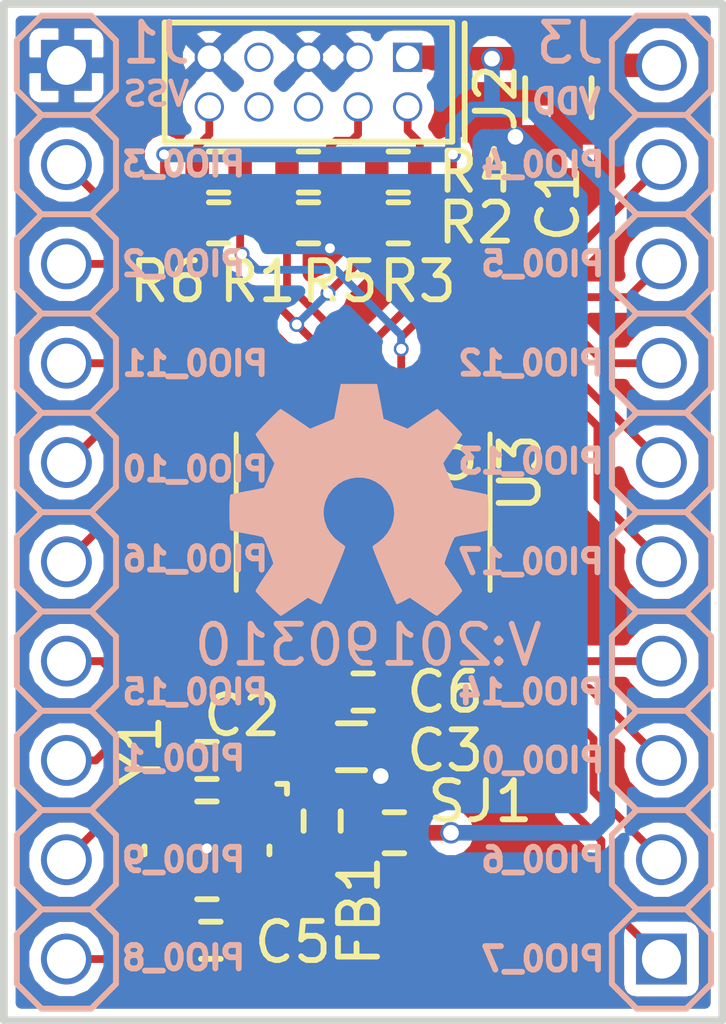
<source format=kicad_pcb>
(kicad_pcb (version 20171130) (host pcbnew 5.0.2-bee76a0~70~ubuntu18.04.1)

  (general
    (thickness 1.6)
    (drawings 4)
    (tracks 209)
    (zones 0)
    (modules 20)
    (nets 26)
  )

  (page A4)
  (layers
    (0 F.Cu signal)
    (31 B.Cu signal)
    (32 B.Adhes user)
    (33 F.Adhes user)
    (34 B.Paste user)
    (35 F.Paste user)
    (36 B.SilkS user)
    (37 F.SilkS user)
    (38 B.Mask user)
    (39 F.Mask user)
    (40 Dwgs.User user)
    (41 Cmts.User user)
    (42 Eco1.User user)
    (43 Eco2.User user)
    (44 Edge.Cuts user)
    (45 Margin user)
    (46 B.CrtYd user)
    (47 F.CrtYd user)
    (48 B.Fab user)
    (49 F.Fab user)
  )

  (setup
    (last_trace_width 0.1524)
    (user_trace_width 0.1524)
    (user_trace_width 0.2)
    (user_trace_width 0.3)
    (user_trace_width 0.4)
    (user_trace_width 0.6)
    (user_trace_width 1)
    (user_trace_width 1.5)
    (user_trace_width 2)
    (trace_clearance 0.1524)
    (zone_clearance 0.3)
    (zone_45_only no)
    (trace_min 0.1524)
    (segment_width 0.2)
    (edge_width 0.15)
    (via_size 0.381)
    (via_drill 0.254)
    (via_min_size 0.381)
    (via_min_drill 0.254)
    (user_via 0.381 0.254)
    (user_via 0.55 0.4)
    (user_via 0.75 0.6)
    (user_via 0.95 0.8)
    (user_via 1.3 1)
    (user_via 1.5 1.2)
    (user_via 1.7 1.4)
    (user_via 1.9 1.6)
    (uvia_size 0.381)
    (uvia_drill 0.254)
    (uvias_allowed no)
    (uvia_min_size 0.381)
    (uvia_min_drill 0.254)
    (pcb_text_width 0.3)
    (pcb_text_size 1.5 1.5)
    (mod_edge_width 0.15)
    (mod_text_size 1 1)
    (mod_text_width 0.15)
    (pad_size 1.524 1.524)
    (pad_drill 0.762)
    (pad_to_mask_clearance 0.1)
    (solder_mask_min_width 0.25)
    (aux_axis_origin 0 0)
    (visible_elements FFFFFF7F)
    (pcbplotparams
      (layerselection 0x010f0_ffffffff)
      (usegerberextensions true)
      (usegerberattributes false)
      (usegerberadvancedattributes false)
      (creategerberjobfile false)
      (excludeedgelayer true)
      (linewidth 0.100000)
      (plotframeref false)
      (viasonmask false)
      (mode 1)
      (useauxorigin false)
      (hpglpennumber 1)
      (hpglpenspeed 20)
      (hpglpendiameter 15.000000)
      (psnegative false)
      (psa4output false)
      (plotreference true)
      (plotvalue true)
      (plotinvisibletext false)
      (padsonsilk false)
      (subtractmaskfromsilk false)
      (outputformat 1)
      (mirror false)
      (drillshape 0)
      (scaleselection 1)
      (outputdirectory "LPC82X_JDH20_plots"))
  )

  (net 0 "")
  (net 1 VSS)
  (net 2 VDD)
  (net 3 /PIO0_9)
  (net 4 "Net-(C3-Pad1)")
  (net 5 /PIO0_8)
  (net 6 "Net-(FB1-Pad2)")
  (net 7 /PIO0_4)
  (net 8 /PIO0_3)
  (net 9 /PIO0_2)
  (net 10 /PIO0_11)
  (net 11 /PIO0_10)
  (net 12 /PIO0_15)
  (net 13 /PIO0_1)
  (net 14 "Net-(J2-Pad2)")
  (net 15 "Net-(J2-Pad4)")
  (net 16 "Net-(J2-Pad10)")
  (net 17 /RESET)
  (net 18 /PIO0_12)
  (net 19 /PIO0_13)
  (net 20 /PIO0_17)
  (net 21 /PIO0_14)
  (net 22 /PIO0_0)
  (net 23 /PIO0_16)
  (net 24 /PIO0_7)
  (net 25 /PIO0_6)

  (net_class Default "This is the default net class."
    (clearance 0.1524)
    (trace_width 0.1524)
    (via_dia 0.381)
    (via_drill 0.254)
    (uvia_dia 0.381)
    (uvia_drill 0.254)
    (add_net /PIO0_0)
    (add_net /PIO0_1)
    (add_net /PIO0_10)
    (add_net /PIO0_11)
    (add_net /PIO0_12)
    (add_net /PIO0_13)
    (add_net /PIO0_14)
    (add_net /PIO0_15)
    (add_net /PIO0_16)
    (add_net /PIO0_17)
    (add_net /PIO0_2)
    (add_net /PIO0_3)
    (add_net /PIO0_4)
    (add_net /PIO0_6)
    (add_net /PIO0_7)
    (add_net /PIO0_8)
    (add_net /PIO0_9)
    (add_net /RESET)
    (add_net "Net-(C3-Pad1)")
    (add_net "Net-(FB1-Pad2)")
    (add_net "Net-(J2-Pad10)")
    (add_net "Net-(J2-Pad2)")
    (add_net "Net-(J2-Pad4)")
    (add_net VDD)
    (add_net VSS)
  )

  (module SquantorSpecial:solder_jumper_2way_conn (layer F.Cu) (tedit 5BE55CFE) (tstamp 5C9254B8)
    (at 135.4 109.8 180)
    (descr "Resistor SMD 0402, reflow soldering, Vishay (see dcrcw.pdf)")
    (tags "resistor 0402")
    (path /5BDC2411)
    (attr smd)
    (fp_text reference SJ1 (at -2.2 0.8) (layer F.SilkS)
      (effects (font (size 1 1) (thickness 0.15)))
    )
    (fp_text value SolderJumper_2way_1conn (at 0 1.8 180) (layer F.Fab) hide
      (effects (font (size 1 1) (thickness 0.15)))
    )
    (fp_line (start -0.5 0.25) (end -0.5 -0.25) (layer F.Fab) (width 0.1))
    (fp_line (start 0.5 0.25) (end -0.5 0.25) (layer F.Fab) (width 0.1))
    (fp_line (start 0.5 -0.25) (end 0.5 0.25) (layer F.Fab) (width 0.1))
    (fp_line (start -0.5 -0.25) (end 0.5 -0.25) (layer F.Fab) (width 0.1))
    (fp_line (start -0.95 -0.65) (end 0.95 -0.65) (layer F.CrtYd) (width 0.05))
    (fp_line (start -0.95 0.65) (end 0.95 0.65) (layer F.CrtYd) (width 0.05))
    (fp_line (start -0.95 -0.65) (end -0.95 0.65) (layer F.CrtYd) (width 0.05))
    (fp_line (start 0.95 -0.65) (end 0.95 0.65) (layer F.CrtYd) (width 0.05))
    (fp_line (start 0.25 -0.525) (end -0.25 -0.525) (layer F.SilkS) (width 0.15))
    (fp_line (start -0.25 0.525) (end 0.25 0.525) (layer F.SilkS) (width 0.15))
    (fp_line (start -0.3 0) (end 0.3 0) (layer F.Cu) (width 0.2))
    (pad 1 smd rect (at -0.45 0 180) (size 0.4 0.6) (layers F.Cu F.Paste F.Mask)
      (net 2 VDD))
    (pad 2 smd rect (at 0.45 0 180) (size 0.4 0.6) (layers F.Cu F.Paste F.Mask)
      (net 6 "Net-(FB1-Pad2)"))
    (model Resistors_SMD.3dshapes/R_0402.wrl
      (at (xyz 0 0 0))
      (scale (xyz 1 1 1))
      (rotate (xyz 0 0 0))
    )
  )

  (module SquantorRcl:R_0402_hand (layer F.Cu) (tedit 5921FEA0) (tstamp 5BE6B664)
    (at 135.5 94.2 180)
    (descr "Resistor SMD 0402, reflow soldering, Vishay (see dcrcw.pdf)")
    (tags "resistor 0402")
    (path /5BECCC51)
    (attr smd)
    (fp_text reference R2 (at -2 0 180) (layer F.SilkS)
      (effects (font (size 1 1) (thickness 0.15)))
    )
    (fp_text value 100k (at -2.9 0 180) (layer F.Fab)
      (effects (font (size 1 1) (thickness 0.15)))
    )
    (fp_line (start -0.5 0.25) (end -0.5 -0.25) (layer F.Fab) (width 0.1))
    (fp_line (start 0.5 0.25) (end -0.5 0.25) (layer F.Fab) (width 0.1))
    (fp_line (start 0.5 -0.25) (end 0.5 0.25) (layer F.Fab) (width 0.1))
    (fp_line (start -0.5 -0.25) (end 0.5 -0.25) (layer F.Fab) (width 0.1))
    (fp_line (start -1.15 -0.65) (end 1.15 -0.65) (layer F.CrtYd) (width 0.05))
    (fp_line (start -1.15 0.65) (end 1.15 0.65) (layer F.CrtYd) (width 0.05))
    (fp_line (start -1.15 -0.65) (end -1.15 0.65) (layer F.CrtYd) (width 0.05))
    (fp_line (start 1.15 -0.65) (end 1.15 0.65) (layer F.CrtYd) (width 0.05))
    (fp_line (start 0.25 -0.525) (end -0.25 -0.525) (layer F.SilkS) (width 0.15))
    (fp_line (start -0.25 0.525) (end 0.25 0.525) (layer F.SilkS) (width 0.15))
    (pad 1 smd rect (at -0.55 0 180) (size 0.6 0.6) (layers F.Cu F.Paste F.Mask)
      (net 2 VDD))
    (pad 2 smd rect (at 0.55 0 180) (size 0.6 0.6) (layers F.Cu F.Paste F.Mask)
      (net 9 /PIO0_2))
    (model Resistors_SMD.3dshapes/R_0402.wrl
      (at (xyz 0 0 0))
      (scale (xyz 1 1 1))
      (rotate (xyz 0 0 0))
    )
  )

  (module SquantorCrystal:Crystal_3225_4 (layer F.Cu) (tedit 5BF6F546) (tstamp 5BFAE490)
    (at 130.6 110.25 180)
    (path /5BE1D5EF)
    (attr smd)
    (fp_text reference Y1 (at 1.7 2.55 270) (layer F.SilkS)
      (effects (font (size 1 1) (thickness 0.15)))
    )
    (fp_text value 12MHz (at 1.7 2.65 90) (layer F.Fab)
      (effects (font (size 1 1) (thickness 0.15)))
    )
    (fp_line (start -2.05 1.45) (end -2.05 1.7) (layer F.SilkS) (width 0.15))
    (fp_line (start -2.05 1.7) (end -1.8 1.7) (layer F.SilkS) (width 0.15))
    (fp_line (start -2.05 1.7) (end -2.05 -1.7) (layer F.CrtYd) (width 0.05))
    (fp_line (start 2.05 1.7) (end -2.05 1.7) (layer F.CrtYd) (width 0.05))
    (fp_line (start 2.05 -1.7) (end 2.05 1.7) (layer F.CrtYd) (width 0.05))
    (fp_line (start -2.05 -1.7) (end 2.05 -1.7) (layer F.CrtYd) (width 0.05))
    (fp_line (start -1.6 1.25) (end -1.6 -1.25) (layer F.Fab) (width 0.15))
    (fp_line (start 1.6 1.25) (end -1.6 1.25) (layer F.Fab) (width 0.15))
    (fp_line (start 1.6 -1.25) (end 1.6 1.25) (layer F.Fab) (width 0.15))
    (fp_line (start -1.6 -1.25) (end 1.6 -1.25) (layer F.Fab) (width 0.15))
    (fp_line (start -0.25 1.25) (end 0.25 1.25) (layer F.SilkS) (width 0.15))
    (fp_line (start 1.6 0.1) (end 1.6 -0.1) (layer F.SilkS) (width 0.15))
    (fp_line (start -0.25 -1.25) (end 0.25 -1.25) (layer F.SilkS) (width 0.15))
    (fp_line (start -1.6 -0.1) (end -1.6 0.1) (layer F.SilkS) (width 0.15))
    (pad 1 smd rect (at -1.1 0.85 180) (size 1.4 1.2) (layers F.Cu F.Paste F.Mask)
      (net 3 /PIO0_9))
    (pad 2 smd rect (at 1.1 0.85 180) (size 1.4 1.2) (layers F.Cu F.Paste F.Mask)
      (net 1 VSS))
    (pad 3 smd rect (at 1.1 -0.85 180) (size 1.4 1.2) (layers F.Cu F.Paste F.Mask)
      (net 5 /PIO0_8))
    (pad 4 smd rect (at -1.1 -0.85 180) (size 1.4 1.2) (layers F.Cu F.Paste F.Mask)
      (net 1 VSS))
  )

  (module Symbols:OSHW-Symbol_6.7x6mm_SilkScreen (layer B.Cu) (tedit 0) (tstamp 5A135134)
    (at 134.5 101.3 180)
    (descr "Open Source Hardware Symbol")
    (tags "Logo Symbol OSHW")
    (path /5BDF5DC8)
    (attr virtual)
    (fp_text reference N1 (at 0 0 180) (layer B.SilkS) hide
      (effects (font (size 1 1) (thickness 0.15)) (justify mirror))
    )
    (fp_text value OHWLOGO (at 0.75 0 180) (layer B.Fab) hide
      (effects (font (size 1 1) (thickness 0.15)) (justify mirror))
    )
    (fp_poly (pts (xy 0.555814 2.531069) (xy 0.639635 2.086445) (xy 0.94892 1.958947) (xy 1.258206 1.831449)
      (xy 1.629246 2.083754) (xy 1.733157 2.154004) (xy 1.827087 2.216728) (xy 1.906652 2.269062)
      (xy 1.96747 2.308143) (xy 2.005157 2.331107) (xy 2.015421 2.336058) (xy 2.03391 2.323324)
      (xy 2.07342 2.288118) (xy 2.129522 2.234938) (xy 2.197787 2.168282) (xy 2.273786 2.092646)
      (xy 2.353092 2.012528) (xy 2.431275 1.932426) (xy 2.503907 1.856836) (xy 2.566559 1.790255)
      (xy 2.614803 1.737182) (xy 2.64421 1.702113) (xy 2.651241 1.690377) (xy 2.641123 1.66874)
      (xy 2.612759 1.621338) (xy 2.569129 1.552807) (xy 2.513218 1.467785) (xy 2.448006 1.370907)
      (xy 2.410219 1.31565) (xy 2.341343 1.214752) (xy 2.28014 1.123701) (xy 2.229578 1.04703)
      (xy 2.192628 0.989272) (xy 2.172258 0.954957) (xy 2.169197 0.947746) (xy 2.176136 0.927252)
      (xy 2.195051 0.879487) (xy 2.223087 0.811168) (xy 2.257391 0.729011) (xy 2.295109 0.63973)
      (xy 2.333387 0.550042) (xy 2.36937 0.466662) (xy 2.400206 0.396306) (xy 2.423039 0.34569)
      (xy 2.435017 0.321529) (xy 2.435724 0.320578) (xy 2.454531 0.315964) (xy 2.504618 0.305672)
      (xy 2.580793 0.290713) (xy 2.677865 0.272099) (xy 2.790643 0.250841) (xy 2.856442 0.238582)
      (xy 2.97695 0.215638) (xy 3.085797 0.193805) (xy 3.177476 0.174278) (xy 3.246481 0.158252)
      (xy 3.287304 0.146921) (xy 3.295511 0.143326) (xy 3.303548 0.118994) (xy 3.310033 0.064041)
      (xy 3.31497 -0.015108) (xy 3.318364 -0.112026) (xy 3.320218 -0.220287) (xy 3.320538 -0.333465)
      (xy 3.319327 -0.445135) (xy 3.31659 -0.548868) (xy 3.312331 -0.638241) (xy 3.306555 -0.706826)
      (xy 3.299267 -0.748197) (xy 3.294895 -0.75681) (xy 3.268764 -0.767133) (xy 3.213393 -0.781892)
      (xy 3.136107 -0.799352) (xy 3.04423 -0.81778) (xy 3.012158 -0.823741) (xy 2.857524 -0.852066)
      (xy 2.735375 -0.874876) (xy 2.641673 -0.89308) (xy 2.572384 -0.907583) (xy 2.523471 -0.919292)
      (xy 2.490897 -0.929115) (xy 2.470628 -0.937956) (xy 2.458626 -0.946724) (xy 2.456947 -0.948457)
      (xy 2.440184 -0.976371) (xy 2.414614 -1.030695) (xy 2.382788 -1.104777) (xy 2.34726 -1.191965)
      (xy 2.310583 -1.285608) (xy 2.275311 -1.379052) (xy 2.243996 -1.465647) (xy 2.219193 -1.53874)
      (xy 2.203454 -1.591678) (xy 2.199332 -1.617811) (xy 2.199676 -1.618726) (xy 2.213641 -1.640086)
      (xy 2.245322 -1.687084) (xy 2.291391 -1.754827) (xy 2.348518 -1.838423) (xy 2.413373 -1.932982)
      (xy 2.431843 -1.959854) (xy 2.497699 -2.057275) (xy 2.55565 -2.146163) (xy 2.602538 -2.221412)
      (xy 2.635207 -2.27792) (xy 2.6505 -2.310581) (xy 2.651241 -2.314593) (xy 2.638392 -2.335684)
      (xy 2.602888 -2.377464) (xy 2.549293 -2.435445) (xy 2.482171 -2.505135) (xy 2.406087 -2.582045)
      (xy 2.325604 -2.661683) (xy 2.245287 -2.739561) (xy 2.169699 -2.811186) (xy 2.103405 -2.87207)
      (xy 2.050969 -2.917721) (xy 2.016955 -2.94365) (xy 2.007545 -2.947883) (xy 1.985643 -2.937912)
      (xy 1.9408 -2.91102) (xy 1.880321 -2.871736) (xy 1.833789 -2.840117) (xy 1.749475 -2.782098)
      (xy 1.649626 -2.713784) (xy 1.549473 -2.645579) (xy 1.495627 -2.609075) (xy 1.313371 -2.4858)
      (xy 1.160381 -2.56852) (xy 1.090682 -2.604759) (xy 1.031414 -2.632926) (xy 0.991311 -2.648991)
      (xy 0.981103 -2.651226) (xy 0.968829 -2.634722) (xy 0.944613 -2.588082) (xy 0.910263 -2.515609)
      (xy 0.867588 -2.421606) (xy 0.818394 -2.310374) (xy 0.76449 -2.186215) (xy 0.707684 -2.053432)
      (xy 0.649782 -1.916327) (xy 0.592593 -1.779202) (xy 0.537924 -1.646358) (xy 0.487584 -1.522098)
      (xy 0.44338 -1.410725) (xy 0.407119 -1.316539) (xy 0.380609 -1.243844) (xy 0.365658 -1.196941)
      (xy 0.363254 -1.180833) (xy 0.382311 -1.160286) (xy 0.424036 -1.126933) (xy 0.479706 -1.087702)
      (xy 0.484378 -1.084599) (xy 0.628264 -0.969423) (xy 0.744283 -0.835053) (xy 0.83143 -0.685784)
      (xy 0.888699 -0.525913) (xy 0.915086 -0.359737) (xy 0.909585 -0.191552) (xy 0.87119 -0.025655)
      (xy 0.798895 0.133658) (xy 0.777626 0.168513) (xy 0.666996 0.309263) (xy 0.536302 0.422286)
      (xy 0.390064 0.506997) (xy 0.232808 0.562806) (xy 0.069057 0.589126) (xy -0.096667 0.58537)
      (xy -0.259838 0.55095) (xy -0.415935 0.485277) (xy -0.560433 0.387765) (xy -0.605131 0.348187)
      (xy -0.718888 0.224297) (xy -0.801782 0.093876) (xy -0.858644 -0.052315) (xy -0.890313 -0.197088)
      (xy -0.898131 -0.35986) (xy -0.872062 -0.52344) (xy -0.814755 -0.682298) (xy -0.728856 -0.830906)
      (xy -0.617014 -0.963735) (xy -0.481877 -1.075256) (xy -0.464117 -1.087011) (xy -0.40785 -1.125508)
      (xy -0.365077 -1.158863) (xy -0.344628 -1.18016) (xy -0.344331 -1.180833) (xy -0.348721 -1.203871)
      (xy -0.366124 -1.256157) (xy -0.394732 -1.33339) (xy -0.432735 -1.431268) (xy -0.478326 -1.545491)
      (xy -0.529697 -1.671758) (xy -0.585038 -1.805767) (xy -0.642542 -1.943218) (xy -0.700399 -2.079808)
      (xy -0.756802 -2.211237) (xy -0.809942 -2.333205) (xy -0.85801 -2.441409) (xy -0.899199 -2.531549)
      (xy -0.931699 -2.599323) (xy -0.953703 -2.64043) (xy -0.962564 -2.651226) (xy -0.98964 -2.642819)
      (xy -1.040303 -2.620272) (xy -1.105817 -2.587613) (xy -1.141841 -2.56852) (xy -1.294832 -2.4858)
      (xy -1.477088 -2.609075) (xy -1.570125 -2.672228) (xy -1.671985 -2.741727) (xy -1.767438 -2.807165)
      (xy -1.81525 -2.840117) (xy -1.882495 -2.885273) (xy -1.939436 -2.921057) (xy -1.978646 -2.942938)
      (xy -1.991381 -2.947563) (xy -2.009917 -2.935085) (xy -2.050941 -2.900252) (xy -2.110475 -2.846678)
      (xy -2.184542 -2.777983) (xy -2.269165 -2.697781) (xy -2.322685 -2.646286) (xy -2.416319 -2.554286)
      (xy -2.497241 -2.471999) (xy -2.562177 -2.402945) (xy -2.607858 -2.350644) (xy -2.631011 -2.318616)
      (xy -2.633232 -2.312116) (xy -2.622924 -2.287394) (xy -2.594439 -2.237405) (xy -2.550937 -2.167212)
      (xy -2.495577 -2.081875) (xy -2.43152 -1.986456) (xy -2.413303 -1.959854) (xy -2.346927 -1.863167)
      (xy -2.287378 -1.776117) (xy -2.237984 -1.703595) (xy -2.202075 -1.650493) (xy -2.182981 -1.621703)
      (xy -2.181136 -1.618726) (xy -2.183895 -1.595782) (xy -2.198538 -1.545336) (xy -2.222513 -1.474041)
      (xy -2.253266 -1.388547) (xy -2.288244 -1.295507) (xy -2.324893 -1.201574) (xy -2.360661 -1.113399)
      (xy -2.392994 -1.037634) (xy -2.419338 -0.980931) (xy -2.437142 -0.949943) (xy -2.438407 -0.948457)
      (xy -2.449294 -0.939601) (xy -2.467682 -0.930843) (xy -2.497606 -0.921277) (xy -2.543103 -0.909996)
      (xy -2.608209 -0.896093) (xy -2.696961 -0.878663) (xy -2.813393 -0.856798) (xy -2.961542 -0.829591)
      (xy -2.993618 -0.823741) (xy -3.088686 -0.805374) (xy -3.171565 -0.787405) (xy -3.23493 -0.771569)
      (xy -3.271458 -0.7596) (xy -3.276356 -0.75681) (xy -3.284427 -0.732072) (xy -3.290987 -0.67679)
      (xy -3.296033 -0.597389) (xy -3.299559 -0.500296) (xy -3.301561 -0.391938) (xy -3.302036 -0.27874)
      (xy -3.300977 -0.167128) (xy -3.298382 -0.063529) (xy -3.294246 0.025632) (xy -3.288563 0.093928)
      (xy -3.281331 0.134934) (xy -3.276971 0.143326) (xy -3.252698 0.151792) (xy -3.197426 0.165565)
      (xy -3.116662 0.18345) (xy -3.015912 0.204252) (xy -2.900683 0.226777) (xy -2.837902 0.238582)
      (xy -2.718787 0.260849) (xy -2.612565 0.281021) (xy -2.524427 0.298085) (xy -2.459566 0.311031)
      (xy -2.423174 0.318845) (xy -2.417184 0.320578) (xy -2.407061 0.34011) (xy -2.385662 0.387157)
      (xy -2.355839 0.454997) (xy -2.320445 0.536909) (xy -2.282332 0.626172) (xy -2.244353 0.716065)
      (xy -2.20936 0.799865) (xy -2.180206 0.870853) (xy -2.159743 0.922306) (xy -2.150823 0.947503)
      (xy -2.150657 0.948604) (xy -2.160769 0.968481) (xy -2.189117 1.014223) (xy -2.232723 1.081283)
      (xy -2.288606 1.165116) (xy -2.353787 1.261174) (xy -2.391679 1.31635) (xy -2.460725 1.417519)
      (xy -2.52205 1.50937) (xy -2.572663 1.587256) (xy -2.609571 1.646531) (xy -2.629782 1.682549)
      (xy -2.632701 1.690623) (xy -2.620153 1.709416) (xy -2.585463 1.749543) (xy -2.533063 1.806507)
      (xy -2.467384 1.875815) (xy -2.392856 1.952969) (xy -2.313913 2.033475) (xy -2.234983 2.112837)
      (xy -2.1605 2.18656) (xy -2.094894 2.250148) (xy -2.042596 2.299106) (xy -2.008039 2.328939)
      (xy -1.996478 2.336058) (xy -1.977654 2.326047) (xy -1.932631 2.297922) (xy -1.865787 2.254546)
      (xy -1.781499 2.198782) (xy -1.684144 2.133494) (xy -1.610707 2.083754) (xy -1.239667 1.831449)
      (xy -0.621095 2.086445) (xy -0.537275 2.531069) (xy -0.453454 2.975693) (xy 0.471994 2.975693)
      (xy 0.555814 2.531069)) (layer B.SilkS) (width 0.01))
  )

  (module SquantorLabels:Label_version (layer B.Cu) (tedit 5B5A1E49) (tstamp 5B96DD88)
    (at 134.5 104.9)
    (path /5BDF5DC7)
    (fp_text reference N2 (at 0 -1.4) (layer B.Fab) hide
      (effects (font (size 1 1) (thickness 0.15)) (justify mirror))
    )
    (fp_text value 20190310 (at -0.4 0.1) (layer B.SilkS)
      (effects (font (size 1 1) (thickness 0.15)) (justify mirror))
    )
    (fp_text user V: (at 4 0.1) (layer B.SilkS)
      (effects (font (size 1 1) (thickness 0.15)) (justify mirror))
    )
  )

  (module SquantorRcl:C_0805 (layer F.Cu) (tedit 5415D6EA) (tstamp 5BFAE299)
    (at 139.6 91 90)
    (descr "Capacitor SMD 0805, reflow soldering, AVX (see smccp.pdf)")
    (tags "capacitor 0805")
    (path /5BD6A440)
    (attr smd)
    (fp_text reference C1 (at -2.7 0 90) (layer F.SilkS)
      (effects (font (size 1 1) (thickness 0.15)))
    )
    (fp_text value 10u (at -2.7 0 90) (layer F.Fab)
      (effects (font (size 1 1) (thickness 0.15)))
    )
    (fp_line (start -1 0.625) (end -1 -0.625) (layer F.Fab) (width 0.15))
    (fp_line (start 1 0.625) (end -1 0.625) (layer F.Fab) (width 0.15))
    (fp_line (start 1 -0.625) (end 1 0.625) (layer F.Fab) (width 0.15))
    (fp_line (start -1 -0.625) (end 1 -0.625) (layer F.Fab) (width 0.15))
    (fp_line (start -1.8 -1) (end 1.8 -1) (layer F.CrtYd) (width 0.05))
    (fp_line (start -1.8 1) (end 1.8 1) (layer F.CrtYd) (width 0.05))
    (fp_line (start -1.8 -1) (end -1.8 1) (layer F.CrtYd) (width 0.05))
    (fp_line (start 1.8 -1) (end 1.8 1) (layer F.CrtYd) (width 0.05))
    (fp_line (start 0.5 -0.85) (end -0.5 -0.85) (layer F.SilkS) (width 0.15))
    (fp_line (start -0.5 0.85) (end 0.5 0.85) (layer F.SilkS) (width 0.15))
    (pad 1 smd rect (at -1 0 90) (size 1 1.25) (layers F.Cu F.Paste F.Mask)
      (net 1 VSS))
    (pad 2 smd rect (at 1 0 90) (size 1 1.25) (layers F.Cu F.Paste F.Mask)
      (net 2 VDD))
    (model Capacitors_SMD.3dshapes/C_0805.wrl
      (at (xyz 0 0 0))
      (scale (xyz 1 1 1))
      (rotate (xyz 0 0 0))
    )
  )

  (module SquantorRcl:C_0402 (layer F.Cu) (tedit 58D18F8A) (tstamp 5BFAE2A9)
    (at 130.6 107.95 180)
    (descr "Capacitor SMD 0402, reflow soldering, AVX (see smccp.pdf)")
    (tags "capacitor 0402")
    (path /5BE10822)
    (attr smd)
    (fp_text reference C2 (at -0.9 1.15) (layer F.SilkS)
      (effects (font (size 1 1) (thickness 0.15)))
    )
    (fp_text value 18p (at -1 1.15 180) (layer F.Fab)
      (effects (font (size 1 1) (thickness 0.15)))
    )
    (fp_line (start -0.25 0.475) (end 0.25 0.475) (layer F.SilkS) (width 0.15))
    (fp_line (start 0.25 -0.475) (end -0.25 -0.475) (layer F.SilkS) (width 0.15))
    (fp_line (start 1.15 -0.6) (end 1.15 0.6) (layer F.CrtYd) (width 0.05))
    (fp_line (start -1.15 -0.6) (end -1.15 0.6) (layer F.CrtYd) (width 0.05))
    (fp_line (start -1.15 0.6) (end 1.15 0.6) (layer F.CrtYd) (width 0.05))
    (fp_line (start -1.15 -0.6) (end 1.15 -0.6) (layer F.CrtYd) (width 0.05))
    (fp_line (start -0.5 -0.25) (end 0.5 -0.25) (layer F.Fab) (width 0.15))
    (fp_line (start 0.5 -0.25) (end 0.5 0.25) (layer F.Fab) (width 0.15))
    (fp_line (start 0.5 0.25) (end -0.5 0.25) (layer F.Fab) (width 0.15))
    (fp_line (start -0.5 0.25) (end -0.5 -0.25) (layer F.Fab) (width 0.15))
    (pad 2 smd rect (at 0.55 0 180) (size 0.6 0.5) (layers F.Cu F.Paste F.Mask)
      (net 1 VSS) (solder_mask_margin 0.1))
    (pad 1 smd rect (at -0.55 0 180) (size 0.6 0.5) (layers F.Cu F.Paste F.Mask)
      (net 3 /PIO0_9) (solder_mask_margin 0.1))
    (model Capacitors_SMD.3dshapes/C_0402.wrl
      (at (xyz 0 0 0))
      (scale (xyz 1 1 1))
      (rotate (xyz 0 0 0))
    )
  )

  (module SquantorRcl:C_0603 (layer F.Cu) (tedit 5415D631) (tstamp 5C92544E)
    (at 134.3 107.6)
    (descr "Capacitor SMD 0603, reflow soldering, AVX (see smccp.pdf)")
    (tags "capacitor 0603")
    (path /5BD2CE41)
    (attr smd)
    (fp_text reference C3 (at 2.4 0.1) (layer F.SilkS)
      (effects (font (size 1 1) (thickness 0.15)))
    )
    (fp_text value 1u (at 2.4 0.1 180) (layer F.Fab)
      (effects (font (size 1 1) (thickness 0.15)))
    )
    (fp_line (start -0.8 0.4) (end -0.8 -0.4) (layer F.Fab) (width 0.15))
    (fp_line (start 0.8 0.4) (end -0.8 0.4) (layer F.Fab) (width 0.15))
    (fp_line (start 0.8 -0.4) (end 0.8 0.4) (layer F.Fab) (width 0.15))
    (fp_line (start -0.8 -0.4) (end 0.8 -0.4) (layer F.Fab) (width 0.15))
    (fp_line (start -1.45 -0.75) (end 1.45 -0.75) (layer F.CrtYd) (width 0.05))
    (fp_line (start -1.45 0.75) (end 1.45 0.75) (layer F.CrtYd) (width 0.05))
    (fp_line (start -1.45 -0.75) (end -1.45 0.75) (layer F.CrtYd) (width 0.05))
    (fp_line (start 1.45 -0.75) (end 1.45 0.75) (layer F.CrtYd) (width 0.05))
    (fp_line (start -0.35 -0.6) (end 0.35 -0.6) (layer F.SilkS) (width 0.15))
    (fp_line (start 0.35 0.6) (end -0.35 0.6) (layer F.SilkS) (width 0.15))
    (pad 1 smd rect (at -0.75 0) (size 0.8 0.75) (layers F.Cu F.Paste F.Mask)
      (net 4 "Net-(C3-Pad1)"))
    (pad 2 smd rect (at 0.75 0) (size 0.8 0.75) (layers F.Cu F.Paste F.Mask)
      (net 1 VSS))
    (model Capacitors_SMD.3dshapes/C_0603.wrl
      (at (xyz 0 0 0))
      (scale (xyz 1 1 1))
      (rotate (xyz 0 0 0))
    )
  )

  (module SquantorRcl:C_0402 (layer F.Cu) (tedit 58D18F8A) (tstamp 5BFAE2D9)
    (at 130.7 112.55)
    (descr "Capacitor SMD 0402, reflow soldering, AVX (see smccp.pdf)")
    (tags "capacitor 0402")
    (path /5BE10538)
    (attr smd)
    (fp_text reference C5 (at 2.1 0.05) (layer F.SilkS)
      (effects (font (size 1 1) (thickness 0.15)))
    )
    (fp_text value 18p (at 2.2 0.05) (layer F.Fab)
      (effects (font (size 1 1) (thickness 0.15)))
    )
    (fp_line (start -0.5 0.25) (end -0.5 -0.25) (layer F.Fab) (width 0.15))
    (fp_line (start 0.5 0.25) (end -0.5 0.25) (layer F.Fab) (width 0.15))
    (fp_line (start 0.5 -0.25) (end 0.5 0.25) (layer F.Fab) (width 0.15))
    (fp_line (start -0.5 -0.25) (end 0.5 -0.25) (layer F.Fab) (width 0.15))
    (fp_line (start -1.15 -0.6) (end 1.15 -0.6) (layer F.CrtYd) (width 0.05))
    (fp_line (start -1.15 0.6) (end 1.15 0.6) (layer F.CrtYd) (width 0.05))
    (fp_line (start -1.15 -0.6) (end -1.15 0.6) (layer F.CrtYd) (width 0.05))
    (fp_line (start 1.15 -0.6) (end 1.15 0.6) (layer F.CrtYd) (width 0.05))
    (fp_line (start 0.25 -0.475) (end -0.25 -0.475) (layer F.SilkS) (width 0.15))
    (fp_line (start -0.25 0.475) (end 0.25 0.475) (layer F.SilkS) (width 0.15))
    (pad 1 smd rect (at -0.55 0) (size 0.6 0.5) (layers F.Cu F.Paste F.Mask)
      (net 5 /PIO0_8) (solder_mask_margin 0.1))
    (pad 2 smd rect (at 0.55 0) (size 0.6 0.5) (layers F.Cu F.Paste F.Mask)
      (net 1 VSS) (solder_mask_margin 0.1))
    (model Capacitors_SMD.3dshapes/C_0402.wrl
      (at (xyz 0 0 0))
      (scale (xyz 1 1 1))
      (rotate (xyz 0 0 0))
    )
  )

  (module SquantorRcl:C_0402 (layer F.Cu) (tedit 58D18F8A) (tstamp 5C92547B)
    (at 134.6 106.2)
    (descr "Capacitor SMD 0402, reflow soldering, AVX (see smccp.pdf)")
    (tags "capacitor 0402")
    (path /5BD2CE0D)
    (attr smd)
    (fp_text reference C6 (at 2.1 0) (layer F.SilkS)
      (effects (font (size 1 1) (thickness 0.15)))
    )
    (fp_text value 100n (at 2.9 0) (layer F.Fab)
      (effects (font (size 1 1) (thickness 0.15)))
    )
    (fp_line (start -0.25 0.475) (end 0.25 0.475) (layer F.SilkS) (width 0.15))
    (fp_line (start 0.25 -0.475) (end -0.25 -0.475) (layer F.SilkS) (width 0.15))
    (fp_line (start 1.15 -0.6) (end 1.15 0.6) (layer F.CrtYd) (width 0.05))
    (fp_line (start -1.15 -0.6) (end -1.15 0.6) (layer F.CrtYd) (width 0.05))
    (fp_line (start -1.15 0.6) (end 1.15 0.6) (layer F.CrtYd) (width 0.05))
    (fp_line (start -1.15 -0.6) (end 1.15 -0.6) (layer F.CrtYd) (width 0.05))
    (fp_line (start -0.5 -0.25) (end 0.5 -0.25) (layer F.Fab) (width 0.15))
    (fp_line (start 0.5 -0.25) (end 0.5 0.25) (layer F.Fab) (width 0.15))
    (fp_line (start 0.5 0.25) (end -0.5 0.25) (layer F.Fab) (width 0.15))
    (fp_line (start -0.5 0.25) (end -0.5 -0.25) (layer F.Fab) (width 0.15))
    (pad 2 smd rect (at 0.55 0) (size 0.6 0.5) (layers F.Cu F.Paste F.Mask)
      (net 1 VSS) (solder_mask_margin 0.1))
    (pad 1 smd rect (at -0.55 0) (size 0.6 0.5) (layers F.Cu F.Paste F.Mask)
      (net 4 "Net-(C3-Pad1)") (solder_mask_margin 0.1))
    (model Capacitors_SMD.3dshapes/C_0402.wrl
      (at (xyz 0 0 0))
      (scale (xyz 1 1 1))
      (rotate (xyz 0 0 0))
    )
  )

  (module SquantorRcl:C_0402 (layer F.Cu) (tedit 58D18F8A) (tstamp 5C9254F6)
    (at 133.55 109.5 270)
    (descr "Capacitor SMD 0402, reflow soldering, AVX (see smccp.pdf)")
    (tags "capacitor 0402")
    (path /5BD2CE7B)
    (attr smd)
    (fp_text reference FB1 (at 2.3 -0.95 270) (layer F.SilkS)
      (effects (font (size 1 1) (thickness 0.15)))
    )
    (fp_text value FB (at 2.4 -0.95 270) (layer F.Fab)
      (effects (font (size 1 1) (thickness 0.15)))
    )
    (fp_line (start -0.5 0.25) (end -0.5 -0.25) (layer F.Fab) (width 0.15))
    (fp_line (start 0.5 0.25) (end -0.5 0.25) (layer F.Fab) (width 0.15))
    (fp_line (start 0.5 -0.25) (end 0.5 0.25) (layer F.Fab) (width 0.15))
    (fp_line (start -0.5 -0.25) (end 0.5 -0.25) (layer F.Fab) (width 0.15))
    (fp_line (start -1.15 -0.6) (end 1.15 -0.6) (layer F.CrtYd) (width 0.05))
    (fp_line (start -1.15 0.6) (end 1.15 0.6) (layer F.CrtYd) (width 0.05))
    (fp_line (start -1.15 -0.6) (end -1.15 0.6) (layer F.CrtYd) (width 0.05))
    (fp_line (start 1.15 -0.6) (end 1.15 0.6) (layer F.CrtYd) (width 0.05))
    (fp_line (start 0.25 -0.475) (end -0.25 -0.475) (layer F.SilkS) (width 0.15))
    (fp_line (start -0.25 0.475) (end 0.25 0.475) (layer F.SilkS) (width 0.15))
    (pad 1 smd rect (at -0.55 0 270) (size 0.6 0.5) (layers F.Cu F.Paste F.Mask)
      (net 4 "Net-(C3-Pad1)") (solder_mask_margin 0.1))
    (pad 2 smd rect (at 0.55 0 270) (size 0.6 0.5) (layers F.Cu F.Paste F.Mask)
      (net 6 "Net-(FB1-Pad2)") (solder_mask_margin 0.1))
    (model Capacitors_SMD.3dshapes/C_0402.wrl
      (at (xyz 0 0 0))
      (scale (xyz 1 1 1))
      (rotate (xyz 0 0 0))
    )
  )

  (module SquantorConnectors:Header-0127-2X05-H006 (layer F.Cu) (tedit 5BE55D04) (tstamp 5BFAE389)
    (at 133.2 90.6 180)
    (path /5BD303CB)
    (fp_text reference J2 (at -4.8 -0.4 270) (layer F.SilkS)
      (effects (font (size 1 1) (thickness 0.15)))
    )
    (fp_text value JTAG_2X05 (at 0 2.5 180) (layer F.Fab) hide
      (effects (font (size 1 1) (thickness 0.15)))
    )
    (fp_line (start -4 -1.5) (end -4 1.5) (layer F.SilkS) (width 0.15))
    (fp_line (start -3.683 1.524) (end -3.683 -1.524) (layer F.SilkS) (width 0.15))
    (fp_line (start 3.683 1.524) (end -3.683 1.524) (layer F.SilkS) (width 0.15))
    (fp_line (start 3.683 -1.524) (end 3.683 1.524) (layer F.SilkS) (width 0.15))
    (fp_line (start -3.683 -1.524) (end 3.683 -1.524) (layer F.SilkS) (width 0.15))
    (pad 1 thru_hole rect (at -2.54 0.635 180) (size 0.75 0.75) (drill 0.6) (layers *.Cu *.Mask)
      (net 2 VDD))
    (pad 2 thru_hole circle (at -2.54 -0.635 180) (size 0.75 0.75) (drill 0.6) (layers *.Cu *.Mask)
      (net 14 "Net-(J2-Pad2)"))
    (pad 3 thru_hole circle (at -1.27 0.635 180) (size 0.75 0.75) (drill 0.6) (layers *.Cu *.Mask)
      (net 1 VSS))
    (pad 4 thru_hole circle (at -1.27 -0.635 180) (size 0.75 0.75) (drill 0.6) (layers *.Cu *.Mask)
      (net 15 "Net-(J2-Pad4)"))
    (pad 5 thru_hole circle (at 0 0.635 180) (size 0.75 0.75) (drill 0.6) (layers *.Cu *.Mask)
      (net 1 VSS))
    (pad 6 thru_hole circle (at 0 -0.635 180) (size 0.75 0.75) (drill 0.6) (layers *.Cu *.Mask))
    (pad 7 thru_hole circle (at 1.27 0.635 180) (size 0.75 0.75) (drill 0.6) (layers *.Cu *.Mask))
    (pad 8 thru_hole circle (at 1.27 -0.635 180) (size 0.75 0.75) (drill 0.6) (layers *.Cu *.Mask))
    (pad 9 thru_hole circle (at 2.54 0.635 180) (size 0.75 0.75) (drill 0.6) (layers *.Cu *.Mask)
      (net 1 VSS))
    (pad 10 thru_hole circle (at 2.54 -0.635 180) (size 0.75 0.75) (drill 0.6) (layers *.Cu *.Mask)
      (net 16 "Net-(J2-Pad10)"))
  )

  (module SquantorRcl:R_0402_hand (layer F.Cu) (tedit 5921FEA0) (tstamp 5BFAE419)
    (at 130.9 94.2)
    (descr "Resistor SMD 0402, reflow soldering, Vishay (see dcrcw.pdf)")
    (tags "resistor 0402")
    (path /5BD88002)
    (attr smd)
    (fp_text reference R1 (at 1 1.5) (layer F.SilkS)
      (effects (font (size 1 1) (thickness 0.15)))
    )
    (fp_text value 100K (at -0.2 1.5) (layer F.Fab)
      (effects (font (size 1 1) (thickness 0.15)))
    )
    (fp_line (start -0.25 0.525) (end 0.25 0.525) (layer F.SilkS) (width 0.15))
    (fp_line (start 0.25 -0.525) (end -0.25 -0.525) (layer F.SilkS) (width 0.15))
    (fp_line (start 1.15 -0.65) (end 1.15 0.65) (layer F.CrtYd) (width 0.05))
    (fp_line (start -1.15 -0.65) (end -1.15 0.65) (layer F.CrtYd) (width 0.05))
    (fp_line (start -1.15 0.65) (end 1.15 0.65) (layer F.CrtYd) (width 0.05))
    (fp_line (start -1.15 -0.65) (end 1.15 -0.65) (layer F.CrtYd) (width 0.05))
    (fp_line (start -0.5 -0.25) (end 0.5 -0.25) (layer F.Fab) (width 0.1))
    (fp_line (start 0.5 -0.25) (end 0.5 0.25) (layer F.Fab) (width 0.1))
    (fp_line (start 0.5 0.25) (end -0.5 0.25) (layer F.Fab) (width 0.1))
    (fp_line (start -0.5 0.25) (end -0.5 -0.25) (layer F.Fab) (width 0.1))
    (pad 2 smd rect (at 0.55 0) (size 0.6 0.6) (layers F.Cu F.Paste F.Mask)
      (net 17 /RESET))
    (pad 1 smd rect (at -0.55 0) (size 0.6 0.6) (layers F.Cu F.Paste F.Mask)
      (net 2 VDD))
    (model Resistors_SMD.3dshapes/R_0402.wrl
      (at (xyz 0 0 0))
      (scale (xyz 1 1 1))
      (rotate (xyz 0 0 0))
    )
  )

  (module SquantorRcl:R_0402_hand (layer F.Cu) (tedit 5921FEA0) (tstamp 5BFAE439)
    (at 133.2 94.2 180)
    (descr "Resistor SMD 0402, reflow soldering, Vishay (see dcrcw.pdf)")
    (tags "resistor 0402")
    (path /5BECCB56)
    (attr smd)
    (fp_text reference R3 (at -2.8 -1.5 180) (layer F.SilkS)
      (effects (font (size 1 1) (thickness 0.15)))
    )
    (fp_text value 100k (at -2.1 -1.5 180) (layer F.Fab)
      (effects (font (size 1 1) (thickness 0.15)))
    )
    (fp_line (start -0.25 0.525) (end 0.25 0.525) (layer F.SilkS) (width 0.15))
    (fp_line (start 0.25 -0.525) (end -0.25 -0.525) (layer F.SilkS) (width 0.15))
    (fp_line (start 1.15 -0.65) (end 1.15 0.65) (layer F.CrtYd) (width 0.05))
    (fp_line (start -1.15 -0.65) (end -1.15 0.65) (layer F.CrtYd) (width 0.05))
    (fp_line (start -1.15 0.65) (end 1.15 0.65) (layer F.CrtYd) (width 0.05))
    (fp_line (start -1.15 -0.65) (end 1.15 -0.65) (layer F.CrtYd) (width 0.05))
    (fp_line (start -0.5 -0.25) (end 0.5 -0.25) (layer F.Fab) (width 0.1))
    (fp_line (start 0.5 -0.25) (end 0.5 0.25) (layer F.Fab) (width 0.1))
    (fp_line (start 0.5 0.25) (end -0.5 0.25) (layer F.Fab) (width 0.1))
    (fp_line (start -0.5 0.25) (end -0.5 -0.25) (layer F.Fab) (width 0.1))
    (pad 2 smd rect (at 0.55 0 180) (size 0.6 0.6) (layers F.Cu F.Paste F.Mask)
      (net 8 /PIO0_3))
    (pad 1 smd rect (at -0.55 0 180) (size 0.6 0.6) (layers F.Cu F.Paste F.Mask)
      (net 1 VSS))
    (model Resistors_SMD.3dshapes/R_0402.wrl
      (at (xyz 0 0 0))
      (scale (xyz 1 1 1))
      (rotate (xyz 0 0 0))
    )
  )

  (module SquantorRcl:R_0402_hand (layer F.Cu) (tedit 5921FEA0) (tstamp 5BFAE449)
    (at 135.5 92.9 180)
    (descr "Resistor SMD 0402, reflow soldering, Vishay (see dcrcw.pdf)")
    (tags "resistor 0402")
    (path /5BD32184)
    (attr smd)
    (fp_text reference R4 (at -2 0 180) (layer F.SilkS)
      (effects (font (size 1 1) (thickness 0.15)))
    )
    (fp_text value 33 (at -2.2 -0.5 180) (layer F.Fab)
      (effects (font (size 1 1) (thickness 0.15)))
    )
    (fp_line (start -0.25 0.525) (end 0.25 0.525) (layer F.SilkS) (width 0.15))
    (fp_line (start 0.25 -0.525) (end -0.25 -0.525) (layer F.SilkS) (width 0.15))
    (fp_line (start 1.15 -0.65) (end 1.15 0.65) (layer F.CrtYd) (width 0.05))
    (fp_line (start -1.15 -0.65) (end -1.15 0.65) (layer F.CrtYd) (width 0.05))
    (fp_line (start -1.15 0.65) (end 1.15 0.65) (layer F.CrtYd) (width 0.05))
    (fp_line (start -1.15 -0.65) (end 1.15 -0.65) (layer F.CrtYd) (width 0.05))
    (fp_line (start -0.5 -0.25) (end 0.5 -0.25) (layer F.Fab) (width 0.1))
    (fp_line (start 0.5 -0.25) (end 0.5 0.25) (layer F.Fab) (width 0.1))
    (fp_line (start 0.5 0.25) (end -0.5 0.25) (layer F.Fab) (width 0.1))
    (fp_line (start -0.5 0.25) (end -0.5 -0.25) (layer F.Fab) (width 0.1))
    (pad 2 smd rect (at 0.55 0 180) (size 0.6 0.6) (layers F.Cu F.Paste F.Mask)
      (net 9 /PIO0_2))
    (pad 1 smd rect (at -0.55 0 180) (size 0.6 0.6) (layers F.Cu F.Paste F.Mask)
      (net 14 "Net-(J2-Pad2)"))
    (model Resistors_SMD.3dshapes/R_0402.wrl
      (at (xyz 0 0 0))
      (scale (xyz 1 1 1))
      (rotate (xyz 0 0 0))
    )
  )

  (module SquantorRcl:R_0402_hand (layer F.Cu) (tedit 5921FEA0) (tstamp 5C462C56)
    (at 133.2 92.9 180)
    (descr "Resistor SMD 0402, reflow soldering, Vishay (see dcrcw.pdf)")
    (tags "resistor 0402")
    (path /5BD3223D)
    (attr smd)
    (fp_text reference R5 (at -0.8 -2.8 180) (layer F.SilkS)
      (effects (font (size 1 1) (thickness 0.15)))
    )
    (fp_text value 33 (at -0.5 -2.8 180) (layer F.Fab)
      (effects (font (size 1 1) (thickness 0.15)))
    )
    (fp_line (start -0.5 0.25) (end -0.5 -0.25) (layer F.Fab) (width 0.1))
    (fp_line (start 0.5 0.25) (end -0.5 0.25) (layer F.Fab) (width 0.1))
    (fp_line (start 0.5 -0.25) (end 0.5 0.25) (layer F.Fab) (width 0.1))
    (fp_line (start -0.5 -0.25) (end 0.5 -0.25) (layer F.Fab) (width 0.1))
    (fp_line (start -1.15 -0.65) (end 1.15 -0.65) (layer F.CrtYd) (width 0.05))
    (fp_line (start -1.15 0.65) (end 1.15 0.65) (layer F.CrtYd) (width 0.05))
    (fp_line (start -1.15 -0.65) (end -1.15 0.65) (layer F.CrtYd) (width 0.05))
    (fp_line (start 1.15 -0.65) (end 1.15 0.65) (layer F.CrtYd) (width 0.05))
    (fp_line (start 0.25 -0.525) (end -0.25 -0.525) (layer F.SilkS) (width 0.15))
    (fp_line (start -0.25 0.525) (end 0.25 0.525) (layer F.SilkS) (width 0.15))
    (pad 1 smd rect (at -0.55 0 180) (size 0.6 0.6) (layers F.Cu F.Paste F.Mask)
      (net 15 "Net-(J2-Pad4)"))
    (pad 2 smd rect (at 0.55 0 180) (size 0.6 0.6) (layers F.Cu F.Paste F.Mask)
      (net 8 /PIO0_3))
    (model Resistors_SMD.3dshapes/R_0402.wrl
      (at (xyz 0 0 0))
      (scale (xyz 1 1 1))
      (rotate (xyz 0 0 0))
    )
  )

  (module SquantorRcl:R_0402_hand (layer F.Cu) (tedit 5921FEA0) (tstamp 5BFAE469)
    (at 130.9 92.9)
    (descr "Resistor SMD 0402, reflow soldering, Vishay (see dcrcw.pdf)")
    (tags "resistor 0402")
    (path /5BD34D15)
    (attr smd)
    (fp_text reference R6 (at -1.3 2.8 180) (layer F.SilkS)
      (effects (font (size 1 1) (thickness 0.15)))
    )
    (fp_text value 33 (at -1.2 2.8 180) (layer F.Fab)
      (effects (font (size 1 1) (thickness 0.15)))
    )
    (fp_line (start -0.5 0.25) (end -0.5 -0.25) (layer F.Fab) (width 0.1))
    (fp_line (start 0.5 0.25) (end -0.5 0.25) (layer F.Fab) (width 0.1))
    (fp_line (start 0.5 -0.25) (end 0.5 0.25) (layer F.Fab) (width 0.1))
    (fp_line (start -0.5 -0.25) (end 0.5 -0.25) (layer F.Fab) (width 0.1))
    (fp_line (start -1.15 -0.65) (end 1.15 -0.65) (layer F.CrtYd) (width 0.05))
    (fp_line (start -1.15 0.65) (end 1.15 0.65) (layer F.CrtYd) (width 0.05))
    (fp_line (start -1.15 -0.65) (end -1.15 0.65) (layer F.CrtYd) (width 0.05))
    (fp_line (start 1.15 -0.65) (end 1.15 0.65) (layer F.CrtYd) (width 0.05))
    (fp_line (start 0.25 -0.525) (end -0.25 -0.525) (layer F.SilkS) (width 0.15))
    (fp_line (start -0.25 0.525) (end 0.25 0.525) (layer F.SilkS) (width 0.15))
    (pad 1 smd rect (at -0.55 0) (size 0.6 0.6) (layers F.Cu F.Paste F.Mask)
      (net 16 "Net-(J2-Pad10)"))
    (pad 2 smd rect (at 0.55 0) (size 0.6 0.6) (layers F.Cu F.Paste F.Mask)
      (net 17 /RESET))
    (model Resistors_SMD.3dshapes/R_0402.wrl
      (at (xyz 0 0 0))
      (scale (xyz 1 1 1))
      (rotate (xyz 0 0 0))
    )
  )

  (module SquantorIC:SOT360 (layer F.Cu) (tedit 5C853204) (tstamp 5C9233A0)
    (at 134.6 101.6 180)
    (descr "<li><b>SOT360</b><hr>\n<ul><li>TSSOP20: plastic thin shrink small outline package; 20 leads; body width 4.4 mm\n<li><u>JEDEC</u>: MO-153\n<li><u>IEC</u>: </ul>")
    (path /5C85ACA1)
    (fp_text reference U3 (at -4.6 -0.1 270) (layer F.SilkS)
      (effects (font (size 1 1) (thickness 0.15)) (justify left bottom))
    )
    (fp_text value LPC812M101JDH20 (at 4.6 3.1 270) (layer F.Fab) hide
      (effects (font (size 1 1) (thickness 0.15)) (justify left bottom))
    )
    (fp_line (start -3.25 -2.2) (end 3.25 -2.2) (layer Dwgs.User) (width 0.127))
    (fp_line (start 3.25 -2.2) (end 3.25 2.2) (layer Dwgs.User) (width 0.127))
    (fp_line (start 3.25 2.2) (end -3.25 2.2) (layer Dwgs.User) (width 0.127))
    (fp_line (start -3.25 2.2) (end -3.25 -2.2) (layer Dwgs.User) (width 0.127))
    (fp_line (start -3.25 -2) (end -3.25 2) (layer F.SilkS) (width 0.127))
    (fp_line (start 3.25 -2) (end 3.25 2) (layer F.SilkS) (width 0.127))
    (fp_circle (center -2.35 1.285) (end -1.95 1.285) (layer F.SilkS) (width 0.15))
    (fp_poly (pts (xy 0.2 -2.2) (xy 0.45 -2.2) (xy 0.45 -3.2) (xy 0.2 -3.2)) (layer Dwgs.User) (width 0))
    (fp_poly (pts (xy -0.45 -2.2) (xy -0.2 -2.2) (xy -0.2 -3.2) (xy -0.45 -3.2)) (layer Dwgs.User) (width 0))
    (fp_poly (pts (xy -1.1 -2.2) (xy -0.85 -2.2) (xy -0.85 -3.2) (xy -1.1 -3.2)) (layer Dwgs.User) (width 0))
    (fp_poly (pts (xy -1.75 -2.2) (xy -1.5 -2.2) (xy -1.5 -3.2) (xy -1.75 -3.2)) (layer Dwgs.User) (width 0))
    (fp_poly (pts (xy -2.4 -2.2) (xy -2.15 -2.2) (xy -2.15 -3.2) (xy -2.4 -3.2)) (layer Dwgs.User) (width 0))
    (fp_poly (pts (xy -3.05 -2.2) (xy -2.8 -2.2) (xy -2.8 -3.2) (xy -3.05 -3.2)) (layer Dwgs.User) (width 0))
    (fp_poly (pts (xy 0.85 -2.2) (xy 1.1 -2.2) (xy 1.1 -3.2) (xy 0.85 -3.2)) (layer Dwgs.User) (width 0))
    (fp_poly (pts (xy 1.5 -2.2) (xy 1.75 -2.2) (xy 1.75 -3.2) (xy 1.5 -3.2)) (layer Dwgs.User) (width 0))
    (fp_poly (pts (xy 2.15 -2.2) (xy 2.4 -2.2) (xy 2.4 -3.2) (xy 2.15 -3.2)) (layer Dwgs.User) (width 0))
    (fp_poly (pts (xy 2.8 -2.2) (xy 3.05 -2.2) (xy 3.05 -3.2) (xy 2.8 -3.2)) (layer Dwgs.User) (width 0))
    (fp_poly (pts (xy -3.05 3.2) (xy -2.8 3.2) (xy -2.8 2.2) (xy -3.05 2.2)) (layer Dwgs.User) (width 0))
    (fp_poly (pts (xy -2.4 3.2) (xy -2.15 3.2) (xy -2.15 2.2) (xy -2.4 2.2)) (layer Dwgs.User) (width 0))
    (fp_poly (pts (xy -1.75 3.2) (xy -1.5 3.2) (xy -1.5 2.2) (xy -1.75 2.2)) (layer Dwgs.User) (width 0))
    (fp_poly (pts (xy -1.1 3.2) (xy -0.85 3.2) (xy -0.85 2.2) (xy -1.1 2.2)) (layer Dwgs.User) (width 0))
    (fp_poly (pts (xy -0.45 3.2) (xy -0.2 3.2) (xy -0.2 2.2) (xy -0.45 2.2)) (layer Dwgs.User) (width 0))
    (fp_poly (pts (xy 0.2 3.2) (xy 0.45 3.2) (xy 0.45 2.2) (xy 0.2 2.2)) (layer Dwgs.User) (width 0))
    (fp_poly (pts (xy 0.85 3.2) (xy 1.1 3.2) (xy 1.1 2.2) (xy 0.85 2.2)) (layer Dwgs.User) (width 0))
    (fp_poly (pts (xy 1.5 3.2) (xy 1.75 3.2) (xy 1.75 2.2) (xy 1.5 2.2)) (layer Dwgs.User) (width 0))
    (fp_poly (pts (xy 2.15 3.2) (xy 2.4 3.2) (xy 2.4 2.2) (xy 2.15 2.2)) (layer Dwgs.User) (width 0))
    (fp_poly (pts (xy 2.8 3.2) (xy 3.05 3.2) (xy 3.05 2.2) (xy 2.8 2.2)) (layer Dwgs.User) (width 0))
    (pad 15 smd rect (at 0.325 -2.925 180) (size 0.4 1.35) (layers F.Cu F.Paste F.Mask)
      (net 4 "Net-(C3-Pad1)"))
    (pad 16 smd rect (at -0.325 -2.925 180) (size 0.4 1.35) (layers F.Cu F.Paste F.Mask)
      (net 1 VSS))
    (pad 17 smd rect (at -0.975 -2.925 180) (size 0.4 1.35) (layers F.Cu F.Paste F.Mask)
      (net 24 /PIO0_7))
    (pad 18 smd rect (at -1.625 -2.925 180) (size 0.4 1.35) (layers F.Cu F.Paste F.Mask)
      (net 25 /PIO0_6))
    (pad 19 smd rect (at -2.275 -2.925 180) (size 0.4 1.35) (layers F.Cu F.Paste F.Mask)
      (net 22 /PIO0_0))
    (pad 20 smd rect (at -3.025 -2.925 180) (size 0.6 1.35) (layers F.Cu F.Paste F.Mask)
      (net 21 /PIO0_14))
    (pad 14 smd rect (at 0.975 -2.925 180) (size 0.4 1.35) (layers F.Cu F.Paste F.Mask)
      (net 5 /PIO0_8))
    (pad 13 smd rect (at 1.625 -2.925 180) (size 0.4 1.35) (layers F.Cu F.Paste F.Mask)
      (net 3 /PIO0_9))
    (pad 12 smd rect (at 2.275 -2.925 180) (size 0.4 1.35) (layers F.Cu F.Paste F.Mask)
      (net 13 /PIO0_1))
    (pad 11 smd rect (at 3.025 -2.925 180) (size 0.6 1.35) (layers F.Cu F.Paste F.Mask)
      (net 12 /PIO0_15))
    (pad 5 smd rect (at -0.325 2.925 180) (size 0.4 1.35) (layers F.Cu F.Paste F.Mask)
      (net 7 /PIO0_4))
    (pad 4 smd rect (at -0.975 2.925 180) (size 0.4 1.35) (layers F.Cu F.Paste F.Mask)
      (net 17 /RESET))
    (pad 3 smd rect (at -1.625 2.925 180) (size 0.4 1.35) (layers F.Cu F.Paste F.Mask)
      (net 18 /PIO0_12))
    (pad 2 smd rect (at -2.275 2.925 180) (size 0.4 1.35) (layers F.Cu F.Paste F.Mask)
      (net 19 /PIO0_13))
    (pad 1 smd rect (at -3.025 2.925 180) (size 0.6 1.35) (layers F.Cu F.Paste F.Mask)
      (net 20 /PIO0_17))
    (pad 6 smd rect (at 0.325 2.925 180) (size 0.4 1.35) (layers F.Cu F.Paste F.Mask)
      (net 8 /PIO0_3))
    (pad 7 smd rect (at 0.975 2.925 180) (size 0.4 1.35) (layers F.Cu F.Paste F.Mask)
      (net 9 /PIO0_2))
    (pad 8 smd rect (at 1.625 2.925 180) (size 0.4 1.35) (layers F.Cu F.Paste F.Mask)
      (net 10 /PIO0_11))
    (pad 9 smd rect (at 2.275 2.925 180) (size 0.4 1.35) (layers F.Cu F.Paste F.Mask)
      (net 11 /PIO0_10))
    (pad 10 smd rect (at 3.025 2.925 180) (size 0.6 1.35) (layers F.Cu F.Paste F.Mask)
      (net 23 /PIO0_16))
  )

  (module SquantorConnectorsNamed:LPC81XJDH20_breakout_left (layer B.Cu) (tedit 5C85320D) (tstamp 5C923CF3)
    (at 127 101.6 270)
    (descr "PIN HEADER")
    (tags "PIN HEADER")
    (path /5C8C5F75)
    (attr virtual)
    (fp_text reference J1 (at -12 -2.3) (layer B.SilkS)
      (effects (font (size 1 1) (thickness 0.15)) (justify mirror))
    )
    (fp_text value LPC81XJDH20_breakout_left (at 0 -2.1 270) (layer B.Fab) hide
      (effects (font (size 1 1) (thickness 0.15)) (justify mirror))
    )
    (fp_line (start 7.62 0.635) (end 8.255 1.27) (layer B.SilkS) (width 0.1524))
    (fp_line (start 8.255 1.27) (end 9.525 1.27) (layer B.SilkS) (width 0.1524))
    (fp_line (start 9.525 1.27) (end 10.16 0.635) (layer B.SilkS) (width 0.1524))
    (fp_line (start 10.16 0.635) (end 10.16 -0.635) (layer B.SilkS) (width 0.1524))
    (fp_line (start 10.16 -0.635) (end 9.525 -1.27) (layer B.SilkS) (width 0.1524))
    (fp_line (start 9.525 -1.27) (end 8.255 -1.27) (layer B.SilkS) (width 0.1524))
    (fp_line (start 8.255 -1.27) (end 7.62 -0.635) (layer B.SilkS) (width 0.1524))
    (fp_line (start 3.175 1.27) (end 4.445 1.27) (layer B.SilkS) (width 0.1524))
    (fp_line (start 4.445 1.27) (end 5.08 0.635) (layer B.SilkS) (width 0.1524))
    (fp_line (start 5.08 0.635) (end 5.08 -0.635) (layer B.SilkS) (width 0.1524))
    (fp_line (start 5.08 -0.635) (end 4.445 -1.27) (layer B.SilkS) (width 0.1524))
    (fp_line (start 5.08 0.635) (end 5.715 1.27) (layer B.SilkS) (width 0.1524))
    (fp_line (start 5.715 1.27) (end 6.985 1.27) (layer B.SilkS) (width 0.1524))
    (fp_line (start 6.985 1.27) (end 7.62 0.635) (layer B.SilkS) (width 0.1524))
    (fp_line (start 7.62 0.635) (end 7.62 -0.635) (layer B.SilkS) (width 0.1524))
    (fp_line (start 7.62 -0.635) (end 6.985 -1.27) (layer B.SilkS) (width 0.1524))
    (fp_line (start 6.985 -1.27) (end 5.715 -1.27) (layer B.SilkS) (width 0.1524))
    (fp_line (start 5.715 -1.27) (end 5.08 -0.635) (layer B.SilkS) (width 0.1524))
    (fp_line (start 0 0.635) (end 0.635 1.27) (layer B.SilkS) (width 0.1524))
    (fp_line (start 0.635 1.27) (end 1.905 1.27) (layer B.SilkS) (width 0.1524))
    (fp_line (start 1.905 1.27) (end 2.54 0.635) (layer B.SilkS) (width 0.1524))
    (fp_line (start 2.54 0.635) (end 2.54 -0.635) (layer B.SilkS) (width 0.1524))
    (fp_line (start 2.54 -0.635) (end 1.905 -1.27) (layer B.SilkS) (width 0.1524))
    (fp_line (start 1.905 -1.27) (end 0.635 -1.27) (layer B.SilkS) (width 0.1524))
    (fp_line (start 0.635 -1.27) (end 0 -0.635) (layer B.SilkS) (width 0.1524))
    (fp_line (start 3.175 1.27) (end 2.54 0.635) (layer B.SilkS) (width 0.1524))
    (fp_line (start 2.54 -0.635) (end 3.175 -1.27) (layer B.SilkS) (width 0.1524))
    (fp_line (start 4.445 -1.27) (end 3.175 -1.27) (layer B.SilkS) (width 0.1524))
    (fp_line (start -4.445 1.27) (end -3.175 1.27) (layer B.SilkS) (width 0.1524))
    (fp_line (start -3.175 1.27) (end -2.54 0.635) (layer B.SilkS) (width 0.1524))
    (fp_line (start -2.54 0.635) (end -2.54 -0.635) (layer B.SilkS) (width 0.1524))
    (fp_line (start -2.54 -0.635) (end -3.175 -1.27) (layer B.SilkS) (width 0.1524))
    (fp_line (start -2.54 0.635) (end -1.905 1.27) (layer B.SilkS) (width 0.1524))
    (fp_line (start -1.905 1.27) (end -0.635 1.27) (layer B.SilkS) (width 0.1524))
    (fp_line (start -0.635 1.27) (end 0 0.635) (layer B.SilkS) (width 0.1524))
    (fp_line (start 0 0.635) (end 0 -0.635) (layer B.SilkS) (width 0.1524))
    (fp_line (start 0 -0.635) (end -0.635 -1.27) (layer B.SilkS) (width 0.1524))
    (fp_line (start -0.635 -1.27) (end -1.905 -1.27) (layer B.SilkS) (width 0.1524))
    (fp_line (start -1.905 -1.27) (end -2.54 -0.635) (layer B.SilkS) (width 0.1524))
    (fp_line (start -7.62 0.635) (end -6.985 1.27) (layer B.SilkS) (width 0.1524))
    (fp_line (start -6.985 1.27) (end -5.715 1.27) (layer B.SilkS) (width 0.1524))
    (fp_line (start -5.715 1.27) (end -5.08 0.635) (layer B.SilkS) (width 0.1524))
    (fp_line (start -5.08 0.635) (end -5.08 -0.635) (layer B.SilkS) (width 0.1524))
    (fp_line (start -5.08 -0.635) (end -5.715 -1.27) (layer B.SilkS) (width 0.1524))
    (fp_line (start -5.715 -1.27) (end -6.985 -1.27) (layer B.SilkS) (width 0.1524))
    (fp_line (start -6.985 -1.27) (end -7.62 -0.635) (layer B.SilkS) (width 0.1524))
    (fp_line (start -4.445 1.27) (end -5.08 0.635) (layer B.SilkS) (width 0.1524))
    (fp_line (start -5.08 -0.635) (end -4.445 -1.27) (layer B.SilkS) (width 0.1524))
    (fp_line (start -3.175 -1.27) (end -4.445 -1.27) (layer B.SilkS) (width 0.1524))
    (fp_line (start -12.065 1.27) (end -10.795 1.27) (layer B.SilkS) (width 0.1524))
    (fp_line (start -10.795 1.27) (end -10.16 0.635) (layer B.SilkS) (width 0.1524))
    (fp_line (start -10.16 0.635) (end -10.16 -0.635) (layer B.SilkS) (width 0.1524))
    (fp_line (start -10.16 -0.635) (end -10.795 -1.27) (layer B.SilkS) (width 0.1524))
    (fp_line (start -10.16 0.635) (end -9.525 1.27) (layer B.SilkS) (width 0.1524))
    (fp_line (start -9.525 1.27) (end -8.255 1.27) (layer B.SilkS) (width 0.1524))
    (fp_line (start -8.255 1.27) (end -7.62 0.635) (layer B.SilkS) (width 0.1524))
    (fp_line (start -7.62 0.635) (end -7.62 -0.635) (layer B.SilkS) (width 0.1524))
    (fp_line (start -7.62 -0.635) (end -8.255 -1.27) (layer B.SilkS) (width 0.1524))
    (fp_line (start -8.255 -1.27) (end -9.525 -1.27) (layer B.SilkS) (width 0.1524))
    (fp_line (start -9.525 -1.27) (end -10.16 -0.635) (layer B.SilkS) (width 0.1524))
    (fp_line (start -12.7 0.635) (end -12.7 -0.635) (layer B.SilkS) (width 0.1524))
    (fp_line (start -12.065 1.27) (end -12.7 0.635) (layer B.SilkS) (width 0.1524))
    (fp_line (start -12.7 -0.635) (end -12.065 -1.27) (layer B.SilkS) (width 0.1524))
    (fp_line (start -10.795 -1.27) (end -12.065 -1.27) (layer B.SilkS) (width 0.1524))
    (fp_line (start 10.795 1.27) (end 12.065 1.27) (layer B.SilkS) (width 0.1524))
    (fp_line (start 12.065 1.27) (end 12.7 0.635) (layer B.SilkS) (width 0.1524))
    (fp_line (start 12.7 0.635) (end 12.7 -0.635) (layer B.SilkS) (width 0.1524))
    (fp_line (start 12.7 -0.635) (end 12.065 -1.27) (layer B.SilkS) (width 0.1524))
    (fp_line (start 10.795 1.27) (end 10.16 0.635) (layer B.SilkS) (width 0.1524))
    (fp_line (start 10.16 -0.635) (end 10.795 -1.27) (layer B.SilkS) (width 0.1524))
    (fp_line (start 12.065 -1.27) (end 10.795 -1.27) (layer B.SilkS) (width 0.1524))
    (fp_text user VSS (at -10.7 -2.3 180) (layer B.SilkS)
      (effects (font (size 0.6 0.6) (thickness 0.125)) (justify mirror))
    )
    (fp_text user PIO0_3 (at -8.9 -3 180) (layer B.SilkS)
      (effects (font (size 0.6 0.6) (thickness 0.15)) (justify mirror))
    )
    (fp_text user PIO0_2 (at -6.35 -3 180) (layer B.SilkS)
      (effects (font (size 0.6 0.6) (thickness 0.15)) (justify mirror))
    )
    (fp_text user PIO0_11 (at -3.8 -3.3 180) (layer B.SilkS)
      (effects (font (size 0.6 0.6) (thickness 0.15)) (justify mirror))
    )
    (fp_text user PIO0_10 (at -1.1 -3.3 180) (layer B.SilkS)
      (effects (font (size 0.6 0.6) (thickness 0.15)) (justify mirror))
    )
    (fp_text user PIO0_16 (at 1.2 -3.3 180) (layer B.SilkS)
      (effects (font (size 0.6 0.6) (thickness 0.15)) (justify mirror))
    )
    (fp_text user PIO0_15 (at 4.6 -3.3 180) (layer B.SilkS)
      (effects (font (size 0.6 0.6) (thickness 0.15)) (justify mirror))
    )
    (fp_text user PIO0_1 (at 6.3 -3 180) (layer B.SilkS)
      (effects (font (size 0.6 0.6) (thickness 0.15)) (justify mirror))
    )
    (fp_text user PIO0_9 (at 8.89 -3 180) (layer B.SilkS)
      (effects (font (size 0.6 0.6) (thickness 0.15)) (justify mirror))
    )
    (fp_text user PIO0_8 (at 11.4 -3 180) (layer B.SilkS)
      (effects (font (size 0.6 0.6) (thickness 0.15)) (justify mirror))
    )
    (pad 1 thru_hole rect (at -11.43 0 90) (size 1.3 1.3) (drill 1) (layers *.Cu *.Mask)
      (net 1 VSS))
    (pad 2 thru_hole circle (at -8.89 0 90) (size 1.3 1.3) (drill 1) (layers *.Cu *.Mask)
      (net 8 /PIO0_3))
    (pad 3 thru_hole circle (at -6.35 0 90) (size 1.3 1.3) (drill 1) (layers *.Cu *.Mask)
      (net 9 /PIO0_2))
    (pad 4 thru_hole circle (at -3.81 0 90) (size 1.3 1.3) (drill 1) (layers *.Cu *.Mask)
      (net 10 /PIO0_11))
    (pad 5 thru_hole circle (at -1.27 0 90) (size 1.3 1.3) (drill 1) (layers *.Cu *.Mask)
      (net 11 /PIO0_10))
    (pad 6 thru_hole circle (at 1.27 0 90) (size 1.3 1.3) (drill 1) (layers *.Cu *.Mask)
      (net 23 /PIO0_16))
    (pad 7 thru_hole circle (at 3.81 0 90) (size 1.3 1.3) (drill 1) (layers *.Cu *.Mask)
      (net 12 /PIO0_15))
    (pad 8 thru_hole circle (at 6.35 0 90) (size 1.3 1.3) (drill 1) (layers *.Cu *.Mask)
      (net 13 /PIO0_1))
    (pad 9 thru_hole circle (at 8.89 0 90) (size 1.3 1.3) (drill 1) (layers *.Cu *.Mask)
      (net 3 /PIO0_9))
    (pad 10 thru_hole circle (at 11.43 0 90) (size 1.3 1.3) (drill 1) (layers *.Cu *.Mask)
      (net 5 /PIO0_8))
  )

  (module SquantorConnectorsNamed:LPC81XJDH20_breakout_right (layer B.Cu) (tedit 5C853208) (tstamp 5C923D51)
    (at 142.24 101.6 270)
    (descr "PIN HEADER")
    (tags "PIN HEADER")
    (path /5C8C5FF2)
    (attr virtual)
    (fp_text reference J3 (at -12 2.34) (layer B.SilkS)
      (effects (font (size 1 1) (thickness 0.15)) (justify mirror))
    )
    (fp_text value LPC81XJDH20_breakout_right (at 0 -2.1 270) (layer B.Fab) hide
      (effects (font (size 1 1) (thickness 0.15)) (justify mirror))
    )
    (fp_line (start 7.62 0.635) (end 8.255 1.27) (layer B.SilkS) (width 0.1524))
    (fp_line (start 8.255 1.27) (end 9.525 1.27) (layer B.SilkS) (width 0.1524))
    (fp_line (start 9.525 1.27) (end 10.16 0.635) (layer B.SilkS) (width 0.1524))
    (fp_line (start 10.16 0.635) (end 10.16 -0.635) (layer B.SilkS) (width 0.1524))
    (fp_line (start 10.16 -0.635) (end 9.525 -1.27) (layer B.SilkS) (width 0.1524))
    (fp_line (start 9.525 -1.27) (end 8.255 -1.27) (layer B.SilkS) (width 0.1524))
    (fp_line (start 8.255 -1.27) (end 7.62 -0.635) (layer B.SilkS) (width 0.1524))
    (fp_line (start 3.175 1.27) (end 4.445 1.27) (layer B.SilkS) (width 0.1524))
    (fp_line (start 4.445 1.27) (end 5.08 0.635) (layer B.SilkS) (width 0.1524))
    (fp_line (start 5.08 0.635) (end 5.08 -0.635) (layer B.SilkS) (width 0.1524))
    (fp_line (start 5.08 -0.635) (end 4.445 -1.27) (layer B.SilkS) (width 0.1524))
    (fp_line (start 5.08 0.635) (end 5.715 1.27) (layer B.SilkS) (width 0.1524))
    (fp_line (start 5.715 1.27) (end 6.985 1.27) (layer B.SilkS) (width 0.1524))
    (fp_line (start 6.985 1.27) (end 7.62 0.635) (layer B.SilkS) (width 0.1524))
    (fp_line (start 7.62 0.635) (end 7.62 -0.635) (layer B.SilkS) (width 0.1524))
    (fp_line (start 7.62 -0.635) (end 6.985 -1.27) (layer B.SilkS) (width 0.1524))
    (fp_line (start 6.985 -1.27) (end 5.715 -1.27) (layer B.SilkS) (width 0.1524))
    (fp_line (start 5.715 -1.27) (end 5.08 -0.635) (layer B.SilkS) (width 0.1524))
    (fp_line (start 0 0.635) (end 0.635 1.27) (layer B.SilkS) (width 0.1524))
    (fp_line (start 0.635 1.27) (end 1.905 1.27) (layer B.SilkS) (width 0.1524))
    (fp_line (start 1.905 1.27) (end 2.54 0.635) (layer B.SilkS) (width 0.1524))
    (fp_line (start 2.54 0.635) (end 2.54 -0.635) (layer B.SilkS) (width 0.1524))
    (fp_line (start 2.54 -0.635) (end 1.905 -1.27) (layer B.SilkS) (width 0.1524))
    (fp_line (start 1.905 -1.27) (end 0.635 -1.27) (layer B.SilkS) (width 0.1524))
    (fp_line (start 0.635 -1.27) (end 0 -0.635) (layer B.SilkS) (width 0.1524))
    (fp_line (start 3.175 1.27) (end 2.54 0.635) (layer B.SilkS) (width 0.1524))
    (fp_line (start 2.54 -0.635) (end 3.175 -1.27) (layer B.SilkS) (width 0.1524))
    (fp_line (start 4.445 -1.27) (end 3.175 -1.27) (layer B.SilkS) (width 0.1524))
    (fp_line (start -4.445 1.27) (end -3.175 1.27) (layer B.SilkS) (width 0.1524))
    (fp_line (start -3.175 1.27) (end -2.54 0.635) (layer B.SilkS) (width 0.1524))
    (fp_line (start -2.54 0.635) (end -2.54 -0.635) (layer B.SilkS) (width 0.1524))
    (fp_line (start -2.54 -0.635) (end -3.175 -1.27) (layer B.SilkS) (width 0.1524))
    (fp_line (start -2.54 0.635) (end -1.905 1.27) (layer B.SilkS) (width 0.1524))
    (fp_line (start -1.905 1.27) (end -0.635 1.27) (layer B.SilkS) (width 0.1524))
    (fp_line (start -0.635 1.27) (end 0 0.635) (layer B.SilkS) (width 0.1524))
    (fp_line (start 0 0.635) (end 0 -0.635) (layer B.SilkS) (width 0.1524))
    (fp_line (start 0 -0.635) (end -0.635 -1.27) (layer B.SilkS) (width 0.1524))
    (fp_line (start -0.635 -1.27) (end -1.905 -1.27) (layer B.SilkS) (width 0.1524))
    (fp_line (start -1.905 -1.27) (end -2.54 -0.635) (layer B.SilkS) (width 0.1524))
    (fp_line (start -7.62 0.635) (end -6.985 1.27) (layer B.SilkS) (width 0.1524))
    (fp_line (start -6.985 1.27) (end -5.715 1.27) (layer B.SilkS) (width 0.1524))
    (fp_line (start -5.715 1.27) (end -5.08 0.635) (layer B.SilkS) (width 0.1524))
    (fp_line (start -5.08 0.635) (end -5.08 -0.635) (layer B.SilkS) (width 0.1524))
    (fp_line (start -5.08 -0.635) (end -5.715 -1.27) (layer B.SilkS) (width 0.1524))
    (fp_line (start -5.715 -1.27) (end -6.985 -1.27) (layer B.SilkS) (width 0.1524))
    (fp_line (start -6.985 -1.27) (end -7.62 -0.635) (layer B.SilkS) (width 0.1524))
    (fp_line (start -4.445 1.27) (end -5.08 0.635) (layer B.SilkS) (width 0.1524))
    (fp_line (start -5.08 -0.635) (end -4.445 -1.27) (layer B.SilkS) (width 0.1524))
    (fp_line (start -3.175 -1.27) (end -4.445 -1.27) (layer B.SilkS) (width 0.1524))
    (fp_line (start -12.065 1.27) (end -10.795 1.27) (layer B.SilkS) (width 0.1524))
    (fp_line (start -10.795 1.27) (end -10.16 0.635) (layer B.SilkS) (width 0.1524))
    (fp_line (start -10.16 0.635) (end -10.16 -0.635) (layer B.SilkS) (width 0.1524))
    (fp_line (start -10.16 -0.635) (end -10.795 -1.27) (layer B.SilkS) (width 0.1524))
    (fp_line (start -10.16 0.635) (end -9.525 1.27) (layer B.SilkS) (width 0.1524))
    (fp_line (start -9.525 1.27) (end -8.255 1.27) (layer B.SilkS) (width 0.1524))
    (fp_line (start -8.255 1.27) (end -7.62 0.635) (layer B.SilkS) (width 0.1524))
    (fp_line (start -7.62 0.635) (end -7.62 -0.635) (layer B.SilkS) (width 0.1524))
    (fp_line (start -7.62 -0.635) (end -8.255 -1.27) (layer B.SilkS) (width 0.1524))
    (fp_line (start -8.255 -1.27) (end -9.525 -1.27) (layer B.SilkS) (width 0.1524))
    (fp_line (start -9.525 -1.27) (end -10.16 -0.635) (layer B.SilkS) (width 0.1524))
    (fp_line (start -12.7 0.635) (end -12.7 -0.635) (layer B.SilkS) (width 0.1524))
    (fp_line (start -12.065 1.27) (end -12.7 0.635) (layer B.SilkS) (width 0.1524))
    (fp_line (start -12.7 -0.635) (end -12.065 -1.27) (layer B.SilkS) (width 0.1524))
    (fp_line (start -10.795 -1.27) (end -12.065 -1.27) (layer B.SilkS) (width 0.1524))
    (fp_line (start 10.795 1.27) (end 12.065 1.27) (layer B.SilkS) (width 0.1524))
    (fp_line (start 12.065 1.27) (end 12.7 0.635) (layer B.SilkS) (width 0.1524))
    (fp_line (start 12.7 0.635) (end 12.7 -0.635) (layer B.SilkS) (width 0.1524))
    (fp_line (start 12.7 -0.635) (end 12.065 -1.27) (layer B.SilkS) (width 0.1524))
    (fp_line (start 10.795 1.27) (end 10.16 0.635) (layer B.SilkS) (width 0.1524))
    (fp_line (start 10.16 -0.635) (end 10.795 -1.27) (layer B.SilkS) (width 0.1524))
    (fp_line (start 12.065 -1.27) (end 10.795 -1.27) (layer B.SilkS) (width 0.1524))
    (fp_text user VDD (at -10.5 2.44 180) (layer B.SilkS)
      (effects (font (size 0.6 0.6) (thickness 0.15)) (justify mirror))
    )
    (fp_text user PIO0_4 (at -8.89 3.04 180) (layer B.SilkS)
      (effects (font (size 0.6 0.6) (thickness 0.15)) (justify mirror))
    )
    (fp_text user PIO0_5 (at -6.35 3.04 180) (layer B.SilkS)
      (effects (font (size 0.6 0.6) (thickness 0.15)) (justify mirror))
    )
    (fp_text user PIO0_12 (at -3.81 3.34 180) (layer B.SilkS)
      (effects (font (size 0.6 0.6) (thickness 0.15)) (justify mirror))
    )
    (fp_text user PIO0_13 (at -1.3 3.34 180) (layer B.SilkS)
      (effects (font (size 0.6 0.6) (thickness 0.15)) (justify mirror))
    )
    (fp_text user PIO0_17 (at 1.27 3.34 180) (layer B.SilkS)
      (effects (font (size 0.6 0.6) (thickness 0.15)) (justify mirror))
    )
    (fp_text user PIO0_14 (at 4.6 3.34 180) (layer B.SilkS)
      (effects (font (size 0.6 0.6) (thickness 0.15)) (justify mirror))
    )
    (fp_text user PIO0_0 (at 6.35 3.04 180) (layer B.SilkS)
      (effects (font (size 0.6 0.6) (thickness 0.15)) (justify mirror))
    )
    (fp_text user PIO0_6 (at 8.89 3.04 180) (layer B.SilkS)
      (effects (font (size 0.6 0.6) (thickness 0.15)) (justify mirror))
    )
    (fp_text user PIO0_7 (at 11.43 3.04 180) (layer B.SilkS)
      (effects (font (size 0.6 0.6) (thickness 0.15)) (justify mirror))
    )
    (pad 1 thru_hole rect (at 11.43 0 90) (size 1.3 1.3) (drill 1) (layers *.Cu *.Mask)
      (net 24 /PIO0_7))
    (pad 9 thru_hole circle (at -8.89 0 90) (size 1.3 1.3) (drill 1) (layers *.Cu *.Mask)
      (net 7 /PIO0_4))
    (pad 8 thru_hole circle (at -6.35 0 90) (size 1.3 1.3) (drill 1) (layers *.Cu *.Mask)
      (net 17 /RESET))
    (pad 7 thru_hole circle (at -3.81 0 90) (size 1.3 1.3) (drill 1) (layers *.Cu *.Mask)
      (net 18 /PIO0_12))
    (pad 6 thru_hole circle (at -1.27 0 90) (size 1.3 1.3) (drill 1) (layers *.Cu *.Mask)
      (net 19 /PIO0_13))
    (pad 5 thru_hole circle (at 1.27 0 90) (size 1.3 1.3) (drill 1) (layers *.Cu *.Mask)
      (net 20 /PIO0_17))
    (pad 4 thru_hole circle (at 3.81 0 90) (size 1.3 1.3) (drill 1) (layers *.Cu *.Mask)
      (net 21 /PIO0_14))
    (pad 3 thru_hole circle (at 6.35 0 90) (size 1.3 1.3) (drill 1) (layers *.Cu *.Mask)
      (net 22 /PIO0_0))
    (pad 2 thru_hole circle (at 8.89 0 90) (size 1.3 1.3) (drill 1) (layers *.Cu *.Mask)
      (net 25 /PIO0_6))
    (pad 10 thru_hole circle (at -11.43 0 90) (size 1.3 1.3) (drill 1) (layers *.Cu *.Mask)
      (net 2 VDD))
  )

  (gr_line (start 125.4 114.6) (end 125.4 88.6) (layer Edge.Cuts) (width 0.2))
  (gr_line (start 143.8 114.6) (end 125.4 114.6) (layer Edge.Cuts) (width 0.2))
  (gr_line (start 143.8 88.6) (end 143.8 114.6) (layer Edge.Cuts) (width 0.2))
  (gr_line (start 125.4 88.6) (end 143.8 88.6) (layer Edge.Cuts) (width 0.2))

  (segment (start 139.6 92) (end 138.5 92) (width 0.6) (layer F.Cu) (net 1))
  (via (at 138.5 92) (size 0.55) (drill 0.4) (layers F.Cu B.Cu) (net 1))
  (segment (start 133.75 94.2) (end 133.75 94.85) (width 0.2) (layer F.Cu) (net 1))
  (via (at 133.75 94.85) (size 0.381) (drill 0.254) (layers F.Cu B.Cu) (net 1))
  (via (at 130.6 110.2) (size 0.381) (drill 0.254) (layers F.Cu B.Cu) (net 1))
  (segment (start 135.15 106.2) (end 135.15 106.65) (width 0.4) (layer F.Cu) (net 1) (tstamp 5C9254DC))
  (segment (start 135.05 106.75) (end 135.05 107.6) (width 0.4) (layer F.Cu) (net 1) (tstamp 5C9254E2))
  (segment (start 135.15 106.65) (end 135.05 106.75) (width 0.4) (layer F.Cu) (net 1) (tstamp 5C9254DF))
  (via (at 135.05 108.35) (size 0.55) (drill 0.4) (layers F.Cu B.Cu) (net 1) (tstamp 5C925518))
  (segment (start 135.05 107.6) (end 135.05 108.35) (width 0.4) (layer F.Cu) (net 1) (tstamp 5C92549D))
  (segment (start 131.7 111.1) (end 131.7 111.9) (width 0.2) (layer F.Cu) (net 1))
  (segment (start 131.7 111.9) (end 131.6 112) (width 0.2) (layer F.Cu) (net 1))
  (segment (start 131.6 112) (end 131.4 112) (width 0.2) (layer F.Cu) (net 1))
  (segment (start 131.25 112.15) (end 131.25 112.55) (width 0.2) (layer F.Cu) (net 1))
  (segment (start 131.4 112) (end 131.25 112.15) (width 0.2) (layer F.Cu) (net 1))
  (segment (start 129.5 109.4) (end 129.5 108.6) (width 0.2) (layer F.Cu) (net 1))
  (segment (start 129.5 108.6) (end 129.6 108.5) (width 0.2) (layer F.Cu) (net 1))
  (segment (start 129.6 108.5) (end 129.9 108.5) (width 0.2) (layer F.Cu) (net 1))
  (segment (start 130.05 108.35) (end 130.05 107.95) (width 0.2) (layer F.Cu) (net 1))
  (segment (start 129.9 108.5) (end 130.05 108.35) (width 0.2) (layer F.Cu) (net 1))
  (segment (start 129.8 109.4) (end 130.6 110.2) (width 0.2) (layer F.Cu) (net 1))
  (segment (start 129.5 109.4) (end 129.8 109.4) (width 0.2) (layer F.Cu) (net 1))
  (segment (start 131.5 111.1) (end 130.6 110.2) (width 0.2) (layer F.Cu) (net 1))
  (segment (start 131.7 111.1) (end 131.5 111.1) (width 0.2) (layer F.Cu) (net 1))
  (segment (start 134.925 104.525) (end 134.925 105.425) (width 0.4) (layer F.Cu) (net 1))
  (segment (start 135.15 105.65) (end 135.15 106.2) (width 0.4) (layer F.Cu) (net 1))
  (segment (start 134.925 105.425) (end 135.15 105.65) (width 0.4) (layer F.Cu) (net 1))
  (segment (start 135.74 89.965) (end 136.365 89.965) (width 0.6) (layer F.Cu) (net 2))
  (segment (start 136.365 89.965) (end 136.4 90) (width 0.6) (layer F.Cu) (net 2))
  (via (at 137.9 90) (size 0.55) (drill 0.4) (layers F.Cu B.Cu) (net 2))
  (segment (start 137.9 90.3) (end 137.9 90) (width 0.4) (layer B.Cu) (net 2))
  (segment (start 136.4 90) (end 137.9 90) (width 0.6) (layer F.Cu) (net 2))
  (segment (start 137.9 90) (end 139.6 90) (width 0.6) (layer F.Cu) (net 2))
  (segment (start 130.35 94.2) (end 129.9 94.2) (width 0.2) (layer F.Cu) (net 2))
  (segment (start 129.9 94.2) (end 129.5 93.8) (width 0.2) (layer F.Cu) (net 2))
  (via (at 129.5 92.45) (size 0.381) (drill 0.254) (layers F.Cu B.Cu) (net 2))
  (segment (start 129.5 93.8) (end 129.5 92.45) (width 0.2) (layer F.Cu) (net 2))
  (segment (start 136.05 94.2) (end 136.5 94.2) (width 0.2) (layer F.Cu) (net 2))
  (segment (start 136.5 94.2) (end 136.9 93.8) (width 0.2) (layer F.Cu) (net 2))
  (via (at 136.9 92.45) (size 0.381) (drill 0.254) (layers F.Cu B.Cu) (net 2))
  (segment (start 136.9 93.8) (end 136.9 92.45) (width 0.2) (layer F.Cu) (net 2))
  (segment (start 129.5 92.45) (end 136.9 92.45) (width 0.4) (layer B.Cu) (net 2))
  (segment (start 137.9 90.3) (end 137.9 91.3) (width 0.4) (layer B.Cu) (net 2))
  (segment (start 139.6 90) (end 140.5 90) (width 0.6) (layer F.Cu) (net 2))
  (segment (start 140.67 90.17) (end 140.5 90) (width 0.6) (layer F.Cu) (net 2))
  (segment (start 142.24 90.17) (end 140.67 90.17) (width 0.6) (layer F.Cu) (net 2))
  (segment (start 136.85 109.8) (end 135.85 109.8) (width 0.4) (layer F.Cu) (net 2) (tstamp 5C92543D))
  (via (at 136.85 109.8) (size 0.55) (drill 0.4) (layers F.Cu B.Cu) (net 2) (tstamp 5C92551B))
  (segment (start 138.9 91.3) (end 137.9 91.3) (width 0.4) (layer B.Cu) (net 2))
  (segment (start 140.85 109.45) (end 140.85 93.25) (width 0.4) (layer B.Cu) (net 2))
  (segment (start 140.85 93.25) (end 138.9 91.3) (width 0.4) (layer B.Cu) (net 2))
  (segment (start 136.85 109.8) (end 140.5 109.8) (width 0.4) (layer B.Cu) (net 2))
  (segment (start 140.5 109.8) (end 140.85 109.45) (width 0.4) (layer B.Cu) (net 2))
  (segment (start 137.4 91.3) (end 137.9 91.3) (width 0.4) (layer B.Cu) (net 2))
  (segment (start 136.9 92.45) (end 136.9 91.8) (width 0.4) (layer B.Cu) (net 2))
  (segment (start 136.9 91.8) (end 137.4 91.3) (width 0.4) (layer B.Cu) (net 2))
  (segment (start 128.4 108.3) (end 128.4 109.09) (width 0.2) (layer F.Cu) (net 3))
  (segment (start 129.5 107.2) (end 128.4 108.3) (width 0.2) (layer F.Cu) (net 3))
  (segment (start 131.1 107.2) (end 129.5 107.2) (width 0.2) (layer F.Cu) (net 3))
  (segment (start 128.4 109.09) (end 127 110.49) (width 0.2) (layer F.Cu) (net 3))
  (segment (start 132.975 104.525) (end 132.975 105.325) (width 0.2) (layer F.Cu) (net 3))
  (segment (start 132.975 105.325) (end 131.1 107.2) (width 0.2) (layer F.Cu) (net 3))
  (segment (start 131.15 107.25) (end 131.1 107.2) (width 0.2) (layer F.Cu) (net 3))
  (segment (start 131.15 107.95) (end 131.15 107.25) (width 0.2) (layer F.Cu) (net 3))
  (segment (start 131.7 109.4) (end 131.7 108.6) (width 0.2) (layer F.Cu) (net 3))
  (segment (start 131.7 108.6) (end 131.6 108.5) (width 0.2) (layer F.Cu) (net 3))
  (segment (start 131.6 108.5) (end 131.3 108.5) (width 0.2) (layer F.Cu) (net 3))
  (segment (start 131.15 108.35) (end 131.15 107.95) (width 0.2) (layer F.Cu) (net 3))
  (segment (start 131.3 108.5) (end 131.15 108.35) (width 0.2) (layer F.Cu) (net 3))
  (segment (start 134.05 106.2) (end 134.05 106.65) (width 0.4) (layer F.Cu) (net 4) (tstamp 5C9254E5))
  (segment (start 133.55 107.15) (end 133.55 107.6) (width 0.4) (layer F.Cu) (net 4) (tstamp 5C9254A6))
  (segment (start 134.05 106.65) (end 133.55 107.15) (width 0.4) (layer F.Cu) (net 4) (tstamp 5C9254A3))
  (segment (start 133.55 108.95) (end 133.55 107.6) (width 0.4) (layer F.Cu) (net 4) (tstamp 5C9254A0))
  (segment (start 134.275 104.525) (end 134.275 105.525) (width 0.4) (layer F.Cu) (net 4))
  (segment (start 134.05 105.75) (end 134.05 106.2) (width 0.4) (layer F.Cu) (net 4))
  (segment (start 134.275 105.525) (end 134.05 105.75) (width 0.4) (layer F.Cu) (net 4))
  (segment (start 133.625 104.525) (end 133.625 105.375) (width 0.2) (layer F.Cu) (net 5))
  (segment (start 133.625 105.375) (end 132.7 106.3) (width 0.2) (layer F.Cu) (net 5))
  (segment (start 132.7 106.3) (end 132.7 112.7) (width 0.2) (layer F.Cu) (net 5))
  (segment (start 132.7 112.7) (end 132 113.4) (width 0.2) (layer F.Cu) (net 5))
  (segment (start 128.73 113.03) (end 127 113.03) (width 0.2) (layer F.Cu) (net 5))
  (segment (start 129.1 113.4) (end 128.73 113.03) (width 0.2) (layer F.Cu) (net 5))
  (segment (start 130.15 113.35) (end 130.1 113.4) (width 0.2) (layer F.Cu) (net 5))
  (segment (start 132 113.4) (end 130.1 113.4) (width 0.2) (layer F.Cu) (net 5))
  (segment (start 130.15 112.55) (end 130.15 113.35) (width 0.2) (layer F.Cu) (net 5))
  (segment (start 130.1 113.4) (end 129.1 113.4) (width 0.2) (layer F.Cu) (net 5))
  (segment (start 130.15 112.55) (end 130.15 112.15) (width 0.2) (layer F.Cu) (net 5))
  (segment (start 130.15 112.15) (end 130 112) (width 0.2) (layer F.Cu) (net 5))
  (segment (start 130 112) (end 129.6 112) (width 0.2) (layer F.Cu) (net 5))
  (segment (start 129.5 111.9) (end 129.5 111.1) (width 0.2) (layer F.Cu) (net 5))
  (segment (start 129.6 112) (end 129.5 111.9) (width 0.2) (layer F.Cu) (net 5))
  (segment (start 133.55 110.05) (end 134.15 110.05) (width 0.4) (layer F.Cu) (net 6) (tstamp 5C9254D9))
  (segment (start 134.4 109.8) (end 134.95 109.8) (width 0.4) (layer F.Cu) (net 6))
  (segment (start 134.15 110.05) (end 134.4 109.8) (width 0.4) (layer F.Cu) (net 6))
  (segment (start 139.25 95.7) (end 142.24 92.71) (width 0.2) (layer F.Cu) (net 7))
  (segment (start 136.4 95.7) (end 139.25 95.7) (width 0.2) (layer F.Cu) (net 7))
  (segment (start 134.925 98.675) (end 134.925 97.175) (width 0.2) (layer F.Cu) (net 7))
  (segment (start 134.925 97.175) (end 136.4 95.7) (width 0.2) (layer F.Cu) (net 7))
  (segment (start 132.65 92.9) (end 132.65 94.2) (width 0.2) (layer F.Cu) (net 8))
  (segment (start 128.7 94.41) (end 127 92.71) (width 0.2) (layer F.Cu) (net 8))
  (segment (start 128.7 94.6) (end 128.7 94.41) (width 0.2) (layer F.Cu) (net 8))
  (segment (start 130 95.9) (end 128.7 94.6) (width 0.2) (layer F.Cu) (net 8))
  (segment (start 134.275 98.675) (end 134.275 97.375) (width 0.2) (layer F.Cu) (net 8))
  (segment (start 134.275 97.375) (end 132.8 95.9) (width 0.2) (layer F.Cu) (net 8))
  (segment (start 132.65 95.85) (end 132.6 95.9) (width 0.2) (layer F.Cu) (net 8))
  (segment (start 132.65 94.2) (end 132.65 95.85) (width 0.2) (layer F.Cu) (net 8))
  (segment (start 132.8 95.9) (end 132.6 95.9) (width 0.2) (layer F.Cu) (net 8))
  (segment (start 132.6 95.9) (end 130 95.9) (width 0.2) (layer F.Cu) (net 8))
  (segment (start 133.625 98.675) (end 133.625 97.525) (width 0.2) (layer F.Cu) (net 9))
  (segment (start 133.625 97.525) (end 132.9 96.8) (width 0.2) (layer F.Cu) (net 9))
  (via (at 132.9 96.8) (size 0.381) (drill 0.254) (layers F.Cu B.Cu) (net 9))
  (segment (start 134.95 94.2) (end 134.95 92.9) (width 0.2) (layer F.Cu) (net 9))
  (segment (start 133.7 96) (end 132.9 96.8) (width 0.2) (layer B.Cu) (net 9))
  (segment (start 134.95 94.75) (end 134.95 94.2) (width 0.2) (layer F.Cu) (net 9))
  (via (at 133.7 96) (size 0.381) (drill 0.254) (layers F.Cu B.Cu) (net 9))
  (segment (start 133.7 96) (end 134.95 94.75) (width 0.2) (layer F.Cu) (net 9))
  (segment (start 128.35 95.25) (end 127 95.25) (width 0.2) (layer F.Cu) (net 9))
  (segment (start 129.4 96.3) (end 128.35 95.25) (width 0.2) (layer F.Cu) (net 9))
  (segment (start 132.9 96.8) (end 132.4 96.3) (width 0.2) (layer F.Cu) (net 9))
  (segment (start 132.4 96.3) (end 129.4 96.3) (width 0.2) (layer F.Cu) (net 9))
  (segment (start 128.31 97.79) (end 127 97.79) (width 0.2) (layer F.Cu) (net 10))
  (segment (start 129.4 96.7) (end 128.31 97.79) (width 0.2) (layer F.Cu) (net 10))
  (segment (start 132 96.7) (end 129.4 96.7) (width 0.2) (layer F.Cu) (net 10))
  (segment (start 132.975 98.675) (end 132.975 97.675) (width 0.2) (layer F.Cu) (net 10))
  (segment (start 132.975 97.675) (end 132 96.7) (width 0.2) (layer F.Cu) (net 10))
  (segment (start 127.07 100.33) (end 127 100.33) (width 0.2) (layer F.Cu) (net 11))
  (segment (start 130.3 97.1) (end 127.07 100.33) (width 0.2) (layer F.Cu) (net 11))
  (segment (start 131.8 97.1) (end 130.3 97.1) (width 0.2) (layer F.Cu) (net 11))
  (segment (start 132.325 98.675) (end 132.325 97.625) (width 0.2) (layer F.Cu) (net 11))
  (segment (start 132.325 97.625) (end 131.8 97.1) (width 0.2) (layer F.Cu) (net 11))
  (segment (start 127.91 105.41) (end 127 105.41) (width 0.2) (layer F.Cu) (net 12))
  (segment (start 128.7 106.2) (end 127.91 105.41) (width 0.2) (layer F.Cu) (net 12))
  (segment (start 131.575 104.525) (end 131.575 105.325) (width 0.2) (layer F.Cu) (net 12))
  (segment (start 130.7 106.2) (end 128.7 106.2) (width 0.2) (layer F.Cu) (net 12))
  (segment (start 131.575 105.325) (end 130.7 106.2) (width 0.2) (layer F.Cu) (net 12))
  (segment (start 127.75 107.95) (end 127 107.95) (width 0.2) (layer F.Cu) (net 13))
  (segment (start 129 106.7) (end 127.75 107.95) (width 0.2) (layer F.Cu) (net 13))
  (segment (start 130.9 106.7) (end 129 106.7) (width 0.2) (layer F.Cu) (net 13))
  (segment (start 132.325 104.525) (end 132.325 105.275) (width 0.2) (layer F.Cu) (net 13))
  (segment (start 132.325 105.275) (end 130.9 106.7) (width 0.2) (layer F.Cu) (net 13))
  (segment (start 135.74 91.235) (end 135.74 91.84) (width 0.2) (layer F.Cu) (net 14))
  (segment (start 136.05 92.15) (end 136.05 92.9) (width 0.2) (layer F.Cu) (net 14))
  (segment (start 135.74 91.84) (end 136.05 92.15) (width 0.2) (layer F.Cu) (net 14))
  (segment (start 134.47 91.235) (end 134.47 91.93) (width 0.2) (layer F.Cu) (net 15))
  (segment (start 134.47 91.93) (end 134.3 92.1) (width 0.2) (layer F.Cu) (net 15))
  (segment (start 134.3 92.1) (end 133.9 92.1) (width 0.2) (layer F.Cu) (net 15))
  (segment (start 133.75 92.25) (end 133.75 92.9) (width 0.2) (layer F.Cu) (net 15))
  (segment (start 133.9 92.1) (end 133.75 92.25) (width 0.2) (layer F.Cu) (net 15))
  (segment (start 130.66 91.235) (end 130.66 91.94) (width 0.2) (layer F.Cu) (net 16))
  (segment (start 130.35 92.25) (end 130.35 92.9) (width 0.2) (layer F.Cu) (net 16))
  (segment (start 130.66 91.94) (end 130.35 92.25) (width 0.2) (layer F.Cu) (net 16))
  (segment (start 131.45 94.2) (end 131.45 92.9) (width 0.2) (layer F.Cu) (net 17))
  (segment (start 135.575 98.675) (end 135.575 97.425) (width 0.2) (layer F.Cu) (net 17))
  (via (at 135.575 97.425) (size 0.381) (drill 0.254) (layers F.Cu B.Cu) (net 17))
  (segment (start 135.575 97.425) (end 135.575 97.075) (width 0.2) (layer B.Cu) (net 17))
  (segment (start 135.575 97.075) (end 133.9 95.4) (width 0.2) (layer B.Cu) (net 17))
  (segment (start 133.9 95.4) (end 131.9 95.4) (width 0.2) (layer B.Cu) (net 17))
  (via (at 131.5 95) (size 0.381) (drill 0.254) (layers F.Cu B.Cu) (net 17))
  (segment (start 131.9 95.4) (end 131.5 95) (width 0.2) (layer B.Cu) (net 17))
  (segment (start 131.45 94.95) (end 131.45 94.2) (width 0.2) (layer F.Cu) (net 17))
  (segment (start 131.5 95) (end 131.45 94.95) (width 0.2) (layer F.Cu) (net 17))
  (segment (start 141.39 96.1) (end 142.24 95.25) (width 0.2) (layer F.Cu) (net 17))
  (segment (start 135.575 97.425) (end 135.575 97.125) (width 0.2) (layer F.Cu) (net 17))
  (segment (start 136.6 96.1) (end 141.39 96.1) (width 0.2) (layer F.Cu) (net 17))
  (segment (start 135.575 97.125) (end 136.6 96.1) (width 0.2) (layer F.Cu) (net 17))
  (segment (start 140.79 97.79) (end 142.24 97.79) (width 0.2) (layer F.Cu) (net 18))
  (segment (start 136.8 96.5) (end 139.5 96.5) (width 0.2) (layer F.Cu) (net 18))
  (segment (start 139.5 96.5) (end 140.79 97.79) (width 0.2) (layer F.Cu) (net 18))
  (segment (start 136.225 98.675) (end 136.225 97.075) (width 0.2) (layer F.Cu) (net 18))
  (segment (start 136.225 97.075) (end 136.8 96.5) (width 0.2) (layer F.Cu) (net 18))
  (segment (start 138.81 96.9) (end 142.24 100.33) (width 0.2) (layer F.Cu) (net 19))
  (segment (start 137.1 96.9) (end 138.81 96.9) (width 0.2) (layer F.Cu) (net 19))
  (segment (start 136.875 98.675) (end 136.875 97.125) (width 0.2) (layer F.Cu) (net 19))
  (segment (start 136.875 97.125) (end 137.1 96.9) (width 0.2) (layer F.Cu) (net 19))
  (segment (start 140.6 101.23) (end 142.24 102.87) (width 0.2) (layer F.Cu) (net 20))
  (segment (start 140.6 99.4) (end 140.6 101.23) (width 0.2) (layer F.Cu) (net 20))
  (segment (start 138.5 97.3) (end 140.6 99.4) (width 0.2) (layer F.Cu) (net 20))
  (segment (start 138 97.3) (end 138.5 97.3) (width 0.2) (layer F.Cu) (net 20))
  (segment (start 137.625 98.675) (end 137.625 97.675) (width 0.2) (layer F.Cu) (net 20))
  (segment (start 137.625 97.675) (end 138 97.3) (width 0.2) (layer F.Cu) (net 20))
  (segment (start 137.625 104.525) (end 137.625 105.425) (width 0.2) (layer F.Cu) (net 21))
  (segment (start 137.625 105.425) (end 137.8 105.6) (width 0.2) (layer F.Cu) (net 21))
  (segment (start 137.8 105.6) (end 138.2 105.6) (width 0.2) (layer F.Cu) (net 21))
  (segment (start 138.39 105.41) (end 142.24 105.41) (width 0.2) (layer F.Cu) (net 21))
  (segment (start 138.2 105.6) (end 138.39 105.41) (width 0.2) (layer F.Cu) (net 21))
  (segment (start 140.39 106.1) (end 142.24 107.95) (width 0.2) (layer F.Cu) (net 22))
  (segment (start 137.7 106.1) (end 140.39 106.1) (width 0.2) (layer F.Cu) (net 22))
  (segment (start 136.875 104.525) (end 136.875 105.275) (width 0.2) (layer F.Cu) (net 22))
  (segment (start 136.875 105.275) (end 137.7 106.1) (width 0.2) (layer F.Cu) (net 22))
  (segment (start 128.7 101.17) (end 127 102.87) (width 0.2) (layer F.Cu) (net 23))
  (segment (start 128.7 99.6) (end 128.7 101.17) (width 0.2) (layer F.Cu) (net 23))
  (segment (start 130.8 97.5) (end 128.7 99.6) (width 0.2) (layer F.Cu) (net 23))
  (segment (start 131.3 97.5) (end 130.8 97.5) (width 0.2) (layer F.Cu) (net 23))
  (segment (start 131.575 98.675) (end 131.575 97.775) (width 0.2) (layer F.Cu) (net 23))
  (segment (start 131.575 97.775) (end 131.3 97.5) (width 0.2) (layer F.Cu) (net 23))
  (segment (start 140.7 111.49) (end 142.24 113.03) (width 0.2) (layer F.Cu) (net 24))
  (segment (start 140.7 110) (end 140.7 111.49) (width 0.2) (layer F.Cu) (net 24))
  (segment (start 135.575 105.275) (end 137.4 107.1) (width 0.2) (layer F.Cu) (net 24))
  (segment (start 135.575 104.525) (end 135.575 105.275) (width 0.2) (layer F.Cu) (net 24))
  (segment (start 137.4 107.1) (end 139.3 107.1) (width 0.2) (layer F.Cu) (net 24))
  (segment (start 139.3 107.1) (end 139.9 107.7) (width 0.2) (layer F.Cu) (net 24))
  (segment (start 139.9 109.2) (end 140.7 110) (width 0.2) (layer F.Cu) (net 24))
  (segment (start 139.9 107.7) (end 139.9 109.2) (width 0.2) (layer F.Cu) (net 24))
  (segment (start 140.5 107.4) (end 140.5 108.75) (width 0.2) (layer F.Cu) (net 25))
  (segment (start 140.5 108.75) (end 142.24 110.49) (width 0.2) (layer F.Cu) (net 25))
  (segment (start 139.7 106.6) (end 140.5 107.4) (width 0.2) (layer F.Cu) (net 25))
  (segment (start 137.5 106.6) (end 139.7 106.6) (width 0.2) (layer F.Cu) (net 25))
  (segment (start 136.225 104.525) (end 136.225 105.325) (width 0.2) (layer F.Cu) (net 25))
  (segment (start 136.225 105.325) (end 137.5 106.6) (width 0.2) (layer F.Cu) (net 25))

  (zone (net 1) (net_name VSS) (layer B.Cu) (tstamp 5BFCA740) (hatch edge 0.508)
    (connect_pads (clearance 0.3))
    (min_thickness 0.3)
    (fill yes (arc_segments 16) (thermal_gap 0.3) (thermal_bridge_width 0.4))
    (polygon
      (pts
        (xy 125.3 88.5) (xy 143.9 88.5) (xy 143.9 114.7) (xy 125.3 114.7)
      )
    )
    (filled_polygon
      (pts
        (xy 143.350001 114.15) (xy 125.85 114.15) (xy 125.85 112.811196) (xy 125.9 112.811196) (xy 125.9 113.248804)
        (xy 126.067465 113.6531) (xy 126.3769 113.962535) (xy 126.781196 114.13) (xy 127.218804 114.13) (xy 127.6231 113.962535)
        (xy 127.932535 113.6531) (xy 128.1 113.248804) (xy 128.1 112.811196) (xy 127.932535 112.4069) (xy 127.905635 112.38)
        (xy 141.131184 112.38) (xy 141.131184 113.68) (xy 141.166109 113.855581) (xy 141.265568 114.004432) (xy 141.414419 114.103891)
        (xy 141.59 114.138816) (xy 142.89 114.138816) (xy 143.065581 114.103891) (xy 143.214432 114.004432) (xy 143.313891 113.855581)
        (xy 143.348816 113.68) (xy 143.348816 112.38) (xy 143.313891 112.204419) (xy 143.214432 112.055568) (xy 143.065581 111.956109)
        (xy 142.89 111.921184) (xy 141.59 111.921184) (xy 141.414419 111.956109) (xy 141.265568 112.055568) (xy 141.166109 112.204419)
        (xy 141.131184 112.38) (xy 127.905635 112.38) (xy 127.6231 112.097465) (xy 127.218804 111.93) (xy 126.781196 111.93)
        (xy 126.3769 112.097465) (xy 126.067465 112.4069) (xy 125.9 112.811196) (xy 125.85 112.811196) (xy 125.85 110.271196)
        (xy 125.9 110.271196) (xy 125.9 110.708804) (xy 126.067465 111.1131) (xy 126.3769 111.422535) (xy 126.781196 111.59)
        (xy 127.218804 111.59) (xy 127.6231 111.422535) (xy 127.932535 111.1131) (xy 128.1 110.708804) (xy 128.1 110.271196)
        (xy 127.932535 109.8669) (xy 127.6231 109.557465) (xy 127.218804 109.39) (xy 126.781196 109.39) (xy 126.3769 109.557465)
        (xy 126.067465 109.8669) (xy 125.9 110.271196) (xy 125.85 110.271196) (xy 125.85 107.731196) (xy 125.9 107.731196)
        (xy 125.9 108.168804) (xy 126.067465 108.5731) (xy 126.3769 108.882535) (xy 126.781196 109.05) (xy 127.218804 109.05)
        (xy 127.6231 108.882535) (xy 127.932535 108.5731) (xy 128.1 108.168804) (xy 128.1 107.731196) (xy 127.932535 107.3269)
        (xy 127.6231 107.017465) (xy 127.218804 106.85) (xy 126.781196 106.85) (xy 126.3769 107.017465) (xy 126.067465 107.3269)
        (xy 125.9 107.731196) (xy 125.85 107.731196) (xy 125.85 105.191196) (xy 125.9 105.191196) (xy 125.9 105.628804)
        (xy 126.067465 106.0331) (xy 126.3769 106.342535) (xy 126.781196 106.51) (xy 127.218804 106.51) (xy 127.6231 106.342535)
        (xy 127.932535 106.0331) (xy 128.1 105.628804) (xy 128.1 105.191196) (xy 127.932535 104.7869) (xy 127.6231 104.477465)
        (xy 127.218804 104.31) (xy 126.781196 104.31) (xy 126.3769 104.477465) (xy 126.067465 104.7869) (xy 125.9 105.191196)
        (xy 125.85 105.191196) (xy 125.85 102.651196) (xy 125.9 102.651196) (xy 125.9 103.088804) (xy 126.067465 103.4931)
        (xy 126.3769 103.802535) (xy 126.781196 103.97) (xy 127.218804 103.97) (xy 127.6231 103.802535) (xy 127.932535 103.4931)
        (xy 128.1 103.088804) (xy 128.1 102.651196) (xy 127.932535 102.2469) (xy 127.6231 101.937465) (xy 127.218804 101.77)
        (xy 126.781196 101.77) (xy 126.3769 101.937465) (xy 126.067465 102.2469) (xy 125.9 102.651196) (xy 125.85 102.651196)
        (xy 125.85 100.111196) (xy 125.9 100.111196) (xy 125.9 100.548804) (xy 126.067465 100.9531) (xy 126.3769 101.262535)
        (xy 126.781196 101.43) (xy 127.218804 101.43) (xy 127.6231 101.262535) (xy 127.932535 100.9531) (xy 128.1 100.548804)
        (xy 128.1 100.111196) (xy 127.932535 99.7069) (xy 127.6231 99.397465) (xy 127.218804 99.23) (xy 126.781196 99.23)
        (xy 126.3769 99.397465) (xy 126.067465 99.7069) (xy 125.9 100.111196) (xy 125.85 100.111196) (xy 125.85 97.571196)
        (xy 125.9 97.571196) (xy 125.9 98.008804) (xy 126.067465 98.4131) (xy 126.3769 98.722535) (xy 126.781196 98.89)
        (xy 127.218804 98.89) (xy 127.6231 98.722535) (xy 127.932535 98.4131) (xy 128.1 98.008804) (xy 128.1 97.571196)
        (xy 127.932535 97.1669) (xy 127.6231 96.857465) (xy 127.218804 96.69) (xy 126.781196 96.69) (xy 126.3769 96.857465)
        (xy 126.067465 97.1669) (xy 125.9 97.571196) (xy 125.85 97.571196) (xy 125.85 95.031196) (xy 125.9 95.031196)
        (xy 125.9 95.468804) (xy 126.067465 95.8731) (xy 126.3769 96.182535) (xy 126.781196 96.35) (xy 127.218804 96.35)
        (xy 127.6231 96.182535) (xy 127.932535 95.8731) (xy 128.1 95.468804) (xy 128.1 95.031196) (xy 128.034307 94.872597)
        (xy 130.8595 94.872597) (xy 130.8595 95.127403) (xy 130.95701 95.362814) (xy 131.137186 95.54299) (xy 131.355672 95.63349)
        (xy 131.472787 95.750605) (xy 131.503472 95.796528) (xy 131.549394 95.827212) (xy 131.685399 95.918088) (xy 131.6854 95.918088)
        (xy 131.685401 95.918089) (xy 131.84583 95.95) (xy 131.845834 95.95) (xy 131.899999 95.960774) (xy 131.954164 95.95)
        (xy 132.972183 95.95) (xy 132.755674 96.16651) (xy 132.537186 96.25701) (xy 132.35701 96.437186) (xy 132.2595 96.672597)
        (xy 132.2595 96.927403) (xy 132.35701 97.162814) (xy 132.537186 97.34299) (xy 132.772597 97.4405) (xy 133.027403 97.4405)
        (xy 133.262814 97.34299) (xy 133.44299 97.162814) (xy 133.53349 96.944326) (xy 133.844327 96.63349) (xy 134.062814 96.54299)
        (xy 134.163994 96.44181) (xy 134.959478 97.237295) (xy 134.9345 97.297597) (xy 134.9345 97.552403) (xy 135.03201 97.787814)
        (xy 135.212186 97.96799) (xy 135.447597 98.0655) (xy 135.702403 98.0655) (xy 135.937814 97.96799) (xy 136.11799 97.787814)
        (xy 136.2155 97.552403) (xy 136.2155 97.297597) (xy 136.131727 97.09535) (xy 136.135775 97.075) (xy 136.097387 96.88201)
        (xy 136.093089 96.860401) (xy 135.971528 96.678472) (xy 135.925603 96.647786) (xy 134.327216 95.0494) (xy 134.296528 95.003472)
        (xy 134.114599 94.881911) (xy 133.95417 94.85) (xy 133.954169 94.85) (xy 133.9 94.839225) (xy 133.845831 94.85)
        (xy 132.13114 94.85) (xy 132.04299 94.637186) (xy 131.862814 94.45701) (xy 131.627403 94.3595) (xy 131.372597 94.3595)
        (xy 131.137186 94.45701) (xy 130.95701 94.637186) (xy 130.8595 94.872597) (xy 128.034307 94.872597) (xy 127.932535 94.6269)
        (xy 127.6231 94.317465) (xy 127.218804 94.15) (xy 126.781196 94.15) (xy 126.3769 94.317465) (xy 126.067465 94.6269)
        (xy 125.9 95.031196) (xy 125.85 95.031196) (xy 125.85 92.491196) (xy 125.9 92.491196) (xy 125.9 92.928804)
        (xy 126.067465 93.3331) (xy 126.3769 93.642535) (xy 126.781196 93.81) (xy 127.218804 93.81) (xy 127.6231 93.642535)
        (xy 127.932535 93.3331) (xy 128.1 92.928804) (xy 128.1 92.491196) (xy 128.082937 92.45) (xy 128.837266 92.45)
        (xy 128.8595 92.561777) (xy 128.8595 92.577403) (xy 128.86548 92.59184) (xy 128.887714 92.703617) (xy 128.95103 92.798377)
        (xy 128.95701 92.812814) (xy 128.96806 92.823864) (xy 129.031376 92.918624) (xy 129.126136 92.98194) (xy 129.137186 92.99299)
        (xy 129.151623 92.99897) (xy 129.246383 93.062286) (xy 129.35816 93.08452) (xy 129.372597 93.0905) (xy 129.388223 93.0905)
        (xy 129.435982 93.1) (xy 136.835982 93.1) (xy 136.9 93.112734) (xy 136.964017 93.1) (xy 136.964018 93.1)
        (xy 137.011777 93.0905) (xy 137.027403 93.0905) (xy 137.04184 93.08452) (xy 137.153617 93.062286) (xy 137.248377 92.99897)
        (xy 137.262814 92.99299) (xy 137.273864 92.98194) (xy 137.368624 92.918624) (xy 137.43194 92.823864) (xy 137.44299 92.812814)
        (xy 137.44897 92.798377) (xy 137.512286 92.703617) (xy 137.53452 92.59184) (xy 137.5405 92.577403) (xy 137.5405 92.561777)
        (xy 137.562734 92.45) (xy 137.55 92.385982) (xy 137.55 92.069238) (xy 137.669238 91.95) (xy 137.835983 91.95)
        (xy 137.9 91.962734) (xy 137.964018 91.95) (xy 138.630763 91.95) (xy 140.200001 93.51924) (xy 140.2 109.15)
        (xy 137.175279 109.15) (xy 136.994212 109.075) (xy 136.705788 109.075) (xy 136.43932 109.185374) (xy 136.235374 109.38932)
        (xy 136.125 109.655788) (xy 136.125 109.944212) (xy 136.235374 110.21068) (xy 136.43932 110.414626) (xy 136.705788 110.525)
        (xy 136.994212 110.525) (xy 137.175279 110.45) (xy 140.435984 110.45) (xy 140.5 110.462734) (xy 140.564016 110.45)
        (xy 140.564018 110.45) (xy 140.753617 110.412286) (xy 140.968624 110.268624) (xy 141.004891 110.214346) (xy 141.264349 109.954889)
        (xy 141.273571 109.948727) (xy 141.14 110.271196) (xy 141.14 110.708804) (xy 141.307465 111.1131) (xy 141.6169 111.422535)
        (xy 142.021196 111.59) (xy 142.458804 111.59) (xy 142.8631 111.422535) (xy 143.172535 111.1131) (xy 143.34 110.708804)
        (xy 143.34 110.271196) (xy 143.172535 109.8669) (xy 142.8631 109.557465) (xy 142.458804 109.39) (xy 142.021196 109.39)
        (xy 141.6169 109.557465) (xy 141.445248 109.729117) (xy 141.462286 109.703618) (xy 141.512734 109.45) (xy 141.5 109.385982)
        (xy 141.5 108.765635) (xy 141.6169 108.882535) (xy 142.021196 109.05) (xy 142.458804 109.05) (xy 142.8631 108.882535)
        (xy 143.172535 108.5731) (xy 143.34 108.168804) (xy 143.34 107.731196) (xy 143.172535 107.3269) (xy 142.8631 107.017465)
        (xy 142.458804 106.85) (xy 142.021196 106.85) (xy 141.6169 107.017465) (xy 141.5 107.134365) (xy 141.5 106.225635)
        (xy 141.6169 106.342535) (xy 142.021196 106.51) (xy 142.458804 106.51) (xy 142.8631 106.342535) (xy 143.172535 106.0331)
        (xy 143.34 105.628804) (xy 143.34 105.191196) (xy 143.172535 104.7869) (xy 142.8631 104.477465) (xy 142.458804 104.31)
        (xy 142.021196 104.31) (xy 141.6169 104.477465) (xy 141.5 104.594365) (xy 141.5 103.685635) (xy 141.6169 103.802535)
        (xy 142.021196 103.97) (xy 142.458804 103.97) (xy 142.8631 103.802535) (xy 143.172535 103.4931) (xy 143.34 103.088804)
        (xy 143.34 102.651196) (xy 143.172535 102.2469) (xy 142.8631 101.937465) (xy 142.458804 101.77) (xy 142.021196 101.77)
        (xy 141.6169 101.937465) (xy 141.5 102.054365) (xy 141.5 101.145635) (xy 141.6169 101.262535) (xy 142.021196 101.43)
        (xy 142.458804 101.43) (xy 142.8631 101.262535) (xy 143.172535 100.9531) (xy 143.34 100.548804) (xy 143.34 100.111196)
        (xy 143.172535 99.7069) (xy 142.8631 99.397465) (xy 142.458804 99.23) (xy 142.021196 99.23) (xy 141.6169 99.397465)
        (xy 141.5 99.514365) (xy 141.5 98.605635) (xy 141.6169 98.722535) (xy 142.021196 98.89) (xy 142.458804 98.89)
        (xy 142.8631 98.722535) (xy 143.172535 98.4131) (xy 143.34 98.008804) (xy 143.34 97.571196) (xy 143.172535 97.1669)
        (xy 142.8631 96.857465) (xy 142.458804 96.69) (xy 142.021196 96.69) (xy 141.6169 96.857465) (xy 141.5 96.974365)
        (xy 141.5 96.065635) (xy 141.6169 96.182535) (xy 142.021196 96.35) (xy 142.458804 96.35) (xy 142.8631 96.182535)
        (xy 143.172535 95.8731) (xy 143.34 95.468804) (xy 143.34 95.031196) (xy 143.172535 94.6269) (xy 142.8631 94.317465)
        (xy 142.458804 94.15) (xy 142.021196 94.15) (xy 141.6169 94.317465) (xy 141.5 94.434365) (xy 141.5 93.525635)
        (xy 141.6169 93.642535) (xy 142.021196 93.81) (xy 142.458804 93.81) (xy 142.8631 93.642535) (xy 143.172535 93.3331)
        (xy 143.34 92.928804) (xy 143.34 92.491196) (xy 143.172535 92.0869) (xy 142.8631 91.777465) (xy 142.458804 91.61)
        (xy 142.021196 91.61) (xy 141.6169 91.777465) (xy 141.307465 92.0869) (xy 141.14 92.491196) (xy 141.14 92.620761)
        (xy 139.404891 90.885654) (xy 139.368624 90.831376) (xy 139.153617 90.687714) (xy 138.964018 90.65) (xy 138.964016 90.65)
        (xy 138.9 90.637266) (xy 138.835984 90.65) (xy 138.55 90.65) (xy 138.55 90.325279) (xy 138.625 90.144212)
        (xy 138.625 89.951196) (xy 141.14 89.951196) (xy 141.14 90.388804) (xy 141.307465 90.7931) (xy 141.6169 91.102535)
        (xy 142.021196 91.27) (xy 142.458804 91.27) (xy 142.8631 91.102535) (xy 143.172535 90.7931) (xy 143.34 90.388804)
        (xy 143.34 89.951196) (xy 143.172535 89.5469) (xy 142.8631 89.237465) (xy 142.458804 89.07) (xy 142.021196 89.07)
        (xy 141.6169 89.237465) (xy 141.307465 89.5469) (xy 141.14 89.951196) (xy 138.625 89.951196) (xy 138.625 89.855788)
        (xy 138.514626 89.58932) (xy 138.31068 89.385374) (xy 138.044212 89.275) (xy 137.755788 89.275) (xy 137.48932 89.385374)
        (xy 137.285374 89.58932) (xy 137.175 89.855788) (xy 137.175 90.144212) (xy 137.25 90.325279) (xy 137.25 90.667103)
        (xy 137.146382 90.687714) (xy 137.09058 90.725) (xy 136.931376 90.831376) (xy 136.895112 90.885649) (xy 136.565 91.215762)
        (xy 136.565 91.070897) (xy 136.439401 90.767675) (xy 136.377524 90.705798) (xy 136.439432 90.664432) (xy 136.538891 90.515581)
        (xy 136.573816 90.34) (xy 136.573816 89.59) (xy 136.538891 89.414419) (xy 136.439432 89.265568) (xy 136.290581 89.166109)
        (xy 136.115 89.131184) (xy 135.365 89.131184) (xy 135.189419 89.166109) (xy 135.040568 89.265568) (xy 134.947053 89.405523)
        (xy 134.923098 89.256299) (xy 134.617399 89.136852) (xy 134.289261 89.143483) (xy 134.016902 89.256299) (xy 133.991327 89.415616)
        (xy 134.47 89.894289) (xy 134.484142 89.880147) (xy 134.554853 89.950858) (xy 134.540711 89.965) (xy 134.554853 89.979142)
        (xy 134.484142 90.049853) (xy 134.47 90.035711) (xy 133.991327 90.514384) (xy 133.995831 90.542443) (xy 133.835 90.703274)
        (xy 133.674169 90.542443) (xy 133.678673 90.514384) (xy 133.2 90.035711) (xy 132.721327 90.514384) (xy 132.725831 90.542443)
        (xy 132.565 90.703274) (xy 132.461726 90.6) (xy 132.622557 90.439169) (xy 132.650616 90.443673) (xy 133.129289 89.965)
        (xy 133.270711 89.965) (xy 133.749384 90.443673) (xy 133.835 90.429929) (xy 133.920616 90.443673) (xy 134.399289 89.965)
        (xy 133.920616 89.486327) (xy 133.835 89.500071) (xy 133.749384 89.486327) (xy 133.270711 89.965) (xy 133.129289 89.965)
        (xy 132.650616 89.486327) (xy 132.622557 89.490831) (xy 132.547342 89.415616) (xy 132.721327 89.415616) (xy 133.2 89.894289)
        (xy 133.678673 89.415616) (xy 133.653098 89.256299) (xy 133.347399 89.136852) (xy 133.019261 89.143483) (xy 132.746902 89.256299)
        (xy 132.721327 89.415616) (xy 132.547342 89.415616) (xy 132.397325 89.265599) (xy 132.094103 89.14) (xy 131.765897 89.14)
        (xy 131.462675 89.265599) (xy 131.237443 89.490831) (xy 131.209384 89.486327) (xy 130.730711 89.965) (xy 131.209384 90.443673)
        (xy 131.237443 90.439169) (xy 131.398274 90.6) (xy 131.295 90.703274) (xy 131.134169 90.542443) (xy 131.138673 90.514384)
        (xy 130.66 90.035711) (xy 130.181327 90.514384) (xy 130.185831 90.542443) (xy 129.960599 90.767675) (xy 129.835 91.070897)
        (xy 129.835 91.399103) (xy 129.960599 91.702325) (xy 130.058274 91.8) (xy 129.435982 91.8) (xy 129.388223 91.8095)
        (xy 129.372597 91.8095) (xy 129.35816 91.81548) (xy 129.246383 91.837714) (xy 129.151623 91.90103) (xy 129.137186 91.90701)
        (xy 129.126136 91.91806) (xy 129.031376 91.981376) (xy 128.96806 92.076136) (xy 128.95701 92.087186) (xy 128.95103 92.101623)
        (xy 128.887714 92.196383) (xy 128.86548 92.30816) (xy 128.8595 92.322597) (xy 128.8595 92.338223) (xy 128.837266 92.45)
        (xy 128.082937 92.45) (xy 127.932535 92.0869) (xy 127.6231 91.777465) (xy 127.218804 91.61) (xy 126.781196 91.61)
        (xy 126.3769 91.777465) (xy 126.067465 92.0869) (xy 125.9 92.491196) (xy 125.85 92.491196) (xy 125.85 90.3325)
        (xy 125.9 90.3325) (xy 125.9 90.909511) (xy 125.968509 91.074905) (xy 126.095096 91.201492) (xy 126.26049 91.27)
        (xy 126.8375 91.27) (xy 126.95 91.1575) (xy 126.95 90.22) (xy 127.05 90.22) (xy 127.05 91.1575)
        (xy 127.1625 91.27) (xy 127.73951 91.27) (xy 127.904904 91.201492) (xy 128.031491 91.074905) (xy 128.1 90.909511)
        (xy 128.1 90.3325) (xy 127.9875 90.22) (xy 127.05 90.22) (xy 126.95 90.22) (xy 126.0125 90.22)
        (xy 125.9 90.3325) (xy 125.85 90.3325) (xy 125.85 89.430489) (xy 125.9 89.430489) (xy 125.9 90.0075)
        (xy 126.0125 90.12) (xy 126.95 90.12) (xy 126.95 89.1825) (xy 127.05 89.1825) (xy 127.05 90.12)
        (xy 127.9875 90.12) (xy 128.1 90.0075) (xy 128.1 89.817601) (xy 129.831852 89.817601) (xy 129.838483 90.145739)
        (xy 129.951299 90.418098) (xy 130.110616 90.443673) (xy 130.589289 89.965) (xy 130.110616 89.486327) (xy 129.951299 89.511902)
        (xy 129.831852 89.817601) (xy 128.1 89.817601) (xy 128.1 89.430489) (xy 128.09384 89.415616) (xy 130.181327 89.415616)
        (xy 130.66 89.894289) (xy 131.138673 89.415616) (xy 131.113098 89.256299) (xy 130.807399 89.136852) (xy 130.479261 89.143483)
        (xy 130.206902 89.256299) (xy 130.181327 89.415616) (xy 128.09384 89.415616) (xy 128.031491 89.265095) (xy 127.904904 89.138508)
        (xy 127.73951 89.07) (xy 127.1625 89.07) (xy 127.05 89.1825) (xy 126.95 89.1825) (xy 126.8375 89.07)
        (xy 126.26049 89.07) (xy 126.095096 89.138508) (xy 125.968509 89.265095) (xy 125.9 89.430489) (xy 125.85 89.430489)
        (xy 125.85 89.05) (xy 143.35 89.05)
      )
    )
  )
  (zone (net 1) (net_name VSS) (layer F.Cu) (tstamp 0) (hatch edge 0.508)
    (connect_pads (clearance 0.3))
    (min_thickness 0.3)
    (fill yes (arc_segments 16) (thermal_gap 0.3) (thermal_bridge_width 0.4))
    (polygon
      (pts
        (xy 125.3 88.5) (xy 143.9 88.5) (xy 143.9 114.7) (xy 125.3 114.7)
      )
    )
    (filled_polygon
      (pts
        (xy 138.799419 89.076109) (xy 138.650568 89.175568) (xy 138.600834 89.25) (xy 136.614822 89.25) (xy 136.438866 89.215)
        (xy 136.438865 89.215) (xy 136.365 89.200307) (xy 136.347093 89.203869) (xy 136.290581 89.166109) (xy 136.115 89.131184)
        (xy 135.365 89.131184) (xy 135.189419 89.166109) (xy 135.040568 89.265568) (xy 134.947053 89.405523) (xy 134.923098 89.256299)
        (xy 134.617399 89.136852) (xy 134.289261 89.143483) (xy 134.016902 89.256299) (xy 133.991327 89.415616) (xy 134.47 89.894289)
        (xy 134.484142 89.880147) (xy 134.554853 89.950858) (xy 134.540711 89.965) (xy 134.554853 89.979142) (xy 134.484142 90.049853)
        (xy 134.47 90.035711) (xy 133.991327 90.514384) (xy 133.995831 90.542443) (xy 133.835 90.703274) (xy 133.674169 90.542443)
        (xy 133.678673 90.514384) (xy 133.2 90.035711) (xy 132.721327 90.514384) (xy 132.725831 90.542443) (xy 132.565 90.703274)
        (xy 132.461726 90.6) (xy 132.622557 90.439169) (xy 132.650616 90.443673) (xy 133.129289 89.965) (xy 133.270711 89.965)
        (xy 133.749384 90.443673) (xy 133.835 90.429929) (xy 133.920616 90.443673) (xy 134.399289 89.965) (xy 133.920616 89.486327)
        (xy 133.835 89.500071) (xy 133.749384 89.486327) (xy 133.270711 89.965) (xy 133.129289 89.965) (xy 132.650616 89.486327)
        (xy 132.622557 89.490831) (xy 132.547342 89.415616) (xy 132.721327 89.415616) (xy 133.2 89.894289) (xy 133.678673 89.415616)
        (xy 133.653098 89.256299) (xy 133.347399 89.136852) (xy 133.019261 89.143483) (xy 132.746902 89.256299) (xy 132.721327 89.415616)
        (xy 132.547342 89.415616) (xy 132.397325 89.265599) (xy 132.094103 89.14) (xy 131.765897 89.14) (xy 131.462675 89.265599)
        (xy 131.237443 89.490831) (xy 131.209384 89.486327) (xy 130.730711 89.965) (xy 131.209384 90.443673) (xy 131.237443 90.439169)
        (xy 131.398274 90.6) (xy 131.295 90.703274) (xy 131.134169 90.542443) (xy 131.138673 90.514384) (xy 130.66 90.035711)
        (xy 130.181327 90.514384) (xy 130.185831 90.542443) (xy 129.960599 90.767675) (xy 129.835 91.070897) (xy 129.835 91.399103)
        (xy 129.960599 91.702325) (xy 130.040229 91.781955) (xy 129.9994 91.822784) (xy 129.953472 91.853472) (xy 129.895715 91.939911)
        (xy 129.862814 91.90701) (xy 129.627403 91.8095) (xy 129.372597 91.8095) (xy 129.137186 91.90701) (xy 128.95701 92.087186)
        (xy 128.8595 92.322597) (xy 128.8595 92.577403) (xy 128.950001 92.795892) (xy 128.95 93.745831) (xy 128.939225 93.8)
        (xy 128.95 93.854169) (xy 128.956956 93.889139) (xy 128.069721 93.001904) (xy 128.1 92.928804) (xy 128.1 92.491196)
        (xy 127.932535 92.0869) (xy 127.6231 91.777465) (xy 127.218804 91.61) (xy 126.781196 91.61) (xy 126.3769 91.777465)
        (xy 126.067465 92.0869) (xy 125.9 92.491196) (xy 125.9 92.928804) (xy 126.067465 93.3331) (xy 126.3769 93.642535)
        (xy 126.781196 93.81) (xy 127.218804 93.81) (xy 127.291904 93.779721) (xy 128.14594 94.633757) (xy 128.15 94.654169)
        (xy 128.159116 94.7) (xy 127.962814 94.7) (xy 127.932535 94.6269) (xy 127.6231 94.317465) (xy 127.218804 94.15)
        (xy 126.781196 94.15) (xy 126.3769 94.317465) (xy 126.067465 94.6269) (xy 125.9 95.031196) (xy 125.9 95.468804)
        (xy 126.067465 95.8731) (xy 126.3769 96.182535) (xy 126.781196 96.35) (xy 127.218804 96.35) (xy 127.6231 96.182535)
        (xy 127.932535 95.8731) (xy 127.962814 95.8) (xy 128.122184 95.8) (xy 128.822183 96.5) (xy 128.082184 97.24)
        (xy 127.962814 97.24) (xy 127.932535 97.1669) (xy 127.6231 96.857465) (xy 127.218804 96.69) (xy 126.781196 96.69)
        (xy 126.3769 96.857465) (xy 126.067465 97.1669) (xy 125.9 97.571196) (xy 125.9 98.008804) (xy 126.067465 98.4131)
        (xy 126.3769 98.722535) (xy 126.781196 98.89) (xy 127.218804 98.89) (xy 127.6231 98.722535) (xy 127.932535 98.4131)
        (xy 127.962814 98.34) (xy 128.255831 98.34) (xy 128.277811 98.344372) (xy 127.341402 99.280782) (xy 127.218804 99.23)
        (xy 126.781196 99.23) (xy 126.3769 99.397465) (xy 126.067465 99.7069) (xy 125.9 100.111196) (xy 125.9 100.548804)
        (xy 126.067465 100.9531) (xy 126.3769 101.262535) (xy 126.781196 101.43) (xy 127.218804 101.43) (xy 127.6231 101.262535)
        (xy 127.932535 100.9531) (xy 128.1 100.548804) (xy 128.1 100.111196) (xy 128.090223 100.087593) (xy 128.15 100.027816)
        (xy 128.150001 100.942182) (xy 127.291904 101.800279) (xy 127.218804 101.77) (xy 126.781196 101.77) (xy 126.3769 101.937465)
        (xy 126.067465 102.2469) (xy 125.9 102.651196) (xy 125.9 103.088804) (xy 126.067465 103.4931) (xy 126.3769 103.802535)
        (xy 126.781196 103.97) (xy 127.218804 103.97) (xy 127.6231 103.802535) (xy 127.932535 103.4931) (xy 128.1 103.088804)
        (xy 128.1 102.651196) (xy 128.069721 102.578096) (xy 129.050603 101.597214) (xy 129.096528 101.566528) (xy 129.218089 101.384599)
        (xy 129.25 101.22417) (xy 129.260775 101.170001) (xy 129.25 101.115832) (xy 129.25 99.827816) (xy 130.816184 98.261634)
        (xy 130.816184 99.35) (xy 130.851109 99.525581) (xy 130.950568 99.674432) (xy 131.099419 99.773891) (xy 131.275 99.808816)
        (xy 131.875 99.808816) (xy 132 99.783952) (xy 132.125 99.808816) (xy 132.525 99.808816) (xy 132.65 99.783952)
        (xy 132.775 99.808816) (xy 133.175 99.808816) (xy 133.3 99.783952) (xy 133.425 99.808816) (xy 133.825 99.808816)
        (xy 133.95 99.783952) (xy 134.075 99.808816) (xy 134.475 99.808816) (xy 134.6 99.783952) (xy 134.725 99.808816)
        (xy 135.125 99.808816) (xy 135.25 99.783952) (xy 135.375 99.808816) (xy 135.775 99.808816) (xy 135.9 99.783952)
        (xy 136.025 99.808816) (xy 136.425 99.808816) (xy 136.55 99.783952) (xy 136.675 99.808816) (xy 137.075 99.808816)
        (xy 137.2 99.783952) (xy 137.325 99.808816) (xy 137.925 99.808816) (xy 138.100581 99.773891) (xy 138.249432 99.674432)
        (xy 138.348891 99.525581) (xy 138.383816 99.35) (xy 138.383816 98) (xy 138.374289 97.952106) (xy 140.05 99.627818)
        (xy 140.050001 101.175826) (xy 140.039225 101.23) (xy 140.079008 101.43) (xy 140.081912 101.444599) (xy 140.203473 101.626528)
        (xy 140.249398 101.657214) (xy 141.170279 102.578096) (xy 141.14 102.651196) (xy 141.14 103.088804) (xy 141.307465 103.4931)
        (xy 141.6169 103.802535) (xy 142.021196 103.97) (xy 142.458804 103.97) (xy 142.8631 103.802535) (xy 143.172535 103.4931)
        (xy 143.34 103.088804) (xy 143.34 102.651196) (xy 143.172535 102.2469) (xy 142.8631 101.937465) (xy 142.458804 101.77)
        (xy 142.021196 101.77) (xy 141.948096 101.800279) (xy 141.15 101.002184) (xy 141.15 100.572946) (xy 141.307465 100.9531)
        (xy 141.6169 101.262535) (xy 142.021196 101.43) (xy 142.458804 101.43) (xy 142.8631 101.262535) (xy 143.172535 100.9531)
        (xy 143.34 100.548804) (xy 143.34 100.111196) (xy 143.172535 99.7069) (xy 142.8631 99.397465) (xy 142.458804 99.23)
        (xy 142.021196 99.23) (xy 141.948096 99.260279) (xy 141.027817 98.34) (xy 141.277186 98.34) (xy 141.307465 98.4131)
        (xy 141.6169 98.722535) (xy 142.021196 98.89) (xy 142.458804 98.89) (xy 142.8631 98.722535) (xy 143.172535 98.4131)
        (xy 143.34 98.008804) (xy 143.34 97.571196) (xy 143.172535 97.1669) (xy 142.8631 96.857465) (xy 142.458804 96.69)
        (xy 142.021196 96.69) (xy 141.6169 96.857465) (xy 141.307465 97.1669) (xy 141.277186 97.24) (xy 141.017818 97.24)
        (xy 140.427817 96.65) (xy 141.335831 96.65) (xy 141.39 96.660775) (xy 141.444169 96.65) (xy 141.44417 96.65)
        (xy 141.604599 96.618089) (xy 141.786528 96.496528) (xy 141.817216 96.4506) (xy 141.948096 96.319721) (xy 142.021196 96.35)
        (xy 142.458804 96.35) (xy 142.8631 96.182535) (xy 143.172535 95.8731) (xy 143.34 95.468804) (xy 143.34 95.031196)
        (xy 143.172535 94.6269) (xy 142.8631 94.317465) (xy 142.458804 94.15) (xy 142.021196 94.15) (xy 141.6169 94.317465)
        (xy 141.307465 94.6269) (xy 141.14 95.031196) (xy 141.14 95.468804) (xy 141.170279 95.541904) (xy 141.162184 95.55)
        (xy 140.177816 95.55) (xy 141.948096 93.779721) (xy 142.021196 93.81) (xy 142.458804 93.81) (xy 142.8631 93.642535)
        (xy 143.172535 93.3331) (xy 143.34 92.928804) (xy 143.34 92.491196) (xy 143.172535 92.0869) (xy 142.8631 91.777465)
        (xy 142.458804 91.61) (xy 142.021196 91.61) (xy 141.6169 91.777465) (xy 141.307465 92.0869) (xy 141.14 92.491196)
        (xy 141.14 92.928804) (xy 141.170279 93.001904) (xy 139.022184 95.15) (xy 136.454168 95.15) (xy 136.399999 95.139225)
        (xy 136.34583 95.15) (xy 136.185401 95.181911) (xy 136.003472 95.303472) (xy 135.972787 95.349396) (xy 134.574398 96.747786)
        (xy 134.528473 96.778472) (xy 134.49956 96.821743) (xy 134.14181 96.463994) (xy 134.24299 96.362814) (xy 134.33349 96.144326)
        (xy 135.300603 95.177214) (xy 135.346528 95.146528) (xy 135.468089 94.964599) (xy 135.483943 94.884895) (xy 135.5 94.874166)
        (xy 135.574419 94.923891) (xy 135.75 94.958816) (xy 136.35 94.958816) (xy 136.525581 94.923891) (xy 136.674432 94.824432)
        (xy 136.770402 94.680803) (xy 136.896528 94.596528) (xy 136.927216 94.550601) (xy 137.250605 94.227212) (xy 137.296528 94.196528)
        (xy 137.388157 94.059395) (xy 137.418088 94.014601) (xy 137.418088 94.0146) (xy 137.418089 94.014599) (xy 137.45 93.85417)
        (xy 137.45 93.854166) (xy 137.460774 93.800001) (xy 137.45 93.745836) (xy 137.45 92.79589) (xy 137.5405 92.577403)
        (xy 137.5405 92.322597) (xy 137.474186 92.1625) (xy 138.525 92.1625) (xy 138.525 92.589511) (xy 138.593509 92.754905)
        (xy 138.720096 92.881492) (xy 138.88549 92.95) (xy 139.4375 92.95) (xy 139.55 92.8375) (xy 139.55 92.05)
        (xy 139.65 92.05) (xy 139.65 92.8375) (xy 139.7625 92.95) (xy 140.31451 92.95) (xy 140.479904 92.881492)
        (xy 140.606491 92.754905) (xy 140.675 92.589511) (xy 140.675 92.1625) (xy 140.5625 92.05) (xy 139.65 92.05)
        (xy 139.55 92.05) (xy 138.6375 92.05) (xy 138.525 92.1625) (xy 137.474186 92.1625) (xy 137.44299 92.087186)
        (xy 137.262814 91.90701) (xy 137.027403 91.8095) (xy 136.772597 91.8095) (xy 136.546532 91.903139) (xy 136.446528 91.753472)
        (xy 136.411595 91.730131) (xy 136.439401 91.702325) (xy 136.560283 91.410489) (xy 138.525 91.410489) (xy 138.525 91.8375)
        (xy 138.6375 91.95) (xy 139.55 91.95) (xy 139.55 91.1625) (xy 139.65 91.1625) (xy 139.65 91.95)
        (xy 140.5625 91.95) (xy 140.675 91.8375) (xy 140.675 91.410489) (xy 140.606491 91.245095) (xy 140.479904 91.118508)
        (xy 140.31451 91.05) (xy 139.7625 91.05) (xy 139.65 91.1625) (xy 139.55 91.1625) (xy 139.4375 91.05)
        (xy 138.88549 91.05) (xy 138.720096 91.118508) (xy 138.593509 91.245095) (xy 138.525 91.410489) (xy 136.560283 91.410489)
        (xy 136.565 91.399103) (xy 136.565 91.070897) (xy 136.439401 90.767675) (xy 136.430376 90.75865) (xy 136.473864 90.75)
        (xy 138.600834 90.75) (xy 138.650568 90.824432) (xy 138.799419 90.923891) (xy 138.975 90.958816) (xy 140.225 90.958816)
        (xy 140.400581 90.923891) (xy 140.449929 90.890918) (xy 140.596134 90.92) (xy 140.669999 90.934693) (xy 140.743864 90.92)
        (xy 141.434365 90.92) (xy 141.6169 91.102535) (xy 142.021196 91.27) (xy 142.458804 91.27) (xy 142.8631 91.102535)
        (xy 143.172535 90.7931) (xy 143.34 90.388804) (xy 143.34 89.951196) (xy 143.172535 89.5469) (xy 142.8631 89.237465)
        (xy 142.458804 89.07) (xy 142.021196 89.07) (xy 141.6169 89.237465) (xy 141.434365 89.42) (xy 140.981933 89.42)
        (xy 140.792635 89.293516) (xy 140.603044 89.255804) (xy 140.549432 89.175568) (xy 140.400581 89.076109) (xy 140.269321 89.05)
        (xy 143.35 89.05) (xy 143.350001 114.15) (xy 125.85 114.15) (xy 125.85 105.191196) (xy 125.9 105.191196)
        (xy 125.9 105.628804) (xy 126.067465 106.0331) (xy 126.3769 106.342535) (xy 126.781196 106.51) (xy 127.218804 106.51)
        (xy 127.6231 106.342535) (xy 127.843909 106.121726) (xy 128.272786 106.550602) (xy 128.303472 106.596528) (xy 128.31677 106.605413)
        (xy 127.763909 107.158274) (xy 127.6231 107.017465) (xy 127.218804 106.85) (xy 126.781196 106.85) (xy 126.3769 107.017465)
        (xy 126.067465 107.3269) (xy 125.9 107.731196) (xy 125.9 108.168804) (xy 126.067465 108.5731) (xy 126.3769 108.882535)
        (xy 126.781196 109.05) (xy 127.218804 109.05) (xy 127.6231 108.882535) (xy 127.85 108.655635) (xy 127.85 108.862183)
        (xy 127.291904 109.420279) (xy 127.218804 109.39) (xy 126.781196 109.39) (xy 126.3769 109.557465) (xy 126.067465 109.8669)
        (xy 125.9 110.271196) (xy 125.9 110.708804) (xy 126.067465 111.1131) (xy 126.3769 111.422535) (xy 126.781196 111.59)
        (xy 127.218804 111.59) (xy 127.6231 111.422535) (xy 127.932535 111.1131) (xy 128.1 110.708804) (xy 128.1 110.271196)
        (xy 128.069721 110.198096) (xy 128.35 109.917817) (xy 128.35 110.08951) (xy 128.418508 110.254904) (xy 128.420935 110.257331)
        (xy 128.376109 110.324419) (xy 128.341184 110.5) (xy 128.341184 111.7) (xy 128.376109 111.875581) (xy 128.475568 112.024432)
        (xy 128.624419 112.123891) (xy 128.8 112.158816) (xy 129.011456 112.158816) (xy 129.103472 112.296528) (xy 129.149399 112.327215)
        (xy 129.172785 112.350601) (xy 129.203472 112.396528) (xy 129.385401 112.518089) (xy 129.391184 112.519239) (xy 129.391184 112.8)
        (xy 129.40113 112.85) (xy 129.327817 112.85) (xy 129.157216 112.6794) (xy 129.126528 112.633472) (xy 128.944599 112.511911)
        (xy 128.78417 112.48) (xy 128.784169 112.48) (xy 128.73 112.469225) (xy 128.675831 112.48) (xy 127.962814 112.48)
        (xy 127.932535 112.4069) (xy 127.6231 112.097465) (xy 127.218804 111.93) (xy 126.781196 111.93) (xy 126.3769 112.097465)
        (xy 126.067465 112.4069) (xy 125.9 112.811196) (xy 125.9 113.248804) (xy 126.067465 113.6531) (xy 126.3769 113.962535)
        (xy 126.781196 114.13) (xy 127.218804 114.13) (xy 127.6231 113.962535) (xy 127.932535 113.6531) (xy 127.962814 113.58)
        (xy 128.502184 113.58) (xy 128.672785 113.750602) (xy 128.703472 113.796528) (xy 128.885401 113.918089) (xy 129.04583 113.95)
        (xy 129.099999 113.960775) (xy 129.154168 113.95) (xy 130.045831 113.95) (xy 130.1 113.960775) (xy 130.154169 113.95)
        (xy 131.945831 113.95) (xy 132 113.960775) (xy 132.054169 113.95) (xy 132.05417 113.95) (xy 132.214599 113.918089)
        (xy 132.396528 113.796528) (xy 132.427216 113.7506) (xy 133.050605 113.127213) (xy 133.096528 113.096528) (xy 133.196755 112.946528)
        (xy 133.218088 112.914601) (xy 133.218088 112.9146) (xy 133.218089 112.914599) (xy 133.25 112.75417) (xy 133.25 112.754166)
        (xy 133.260774 112.700001) (xy 133.25 112.645836) (xy 133.25 110.79887) (xy 133.3 110.808816) (xy 133.8 110.808816)
        (xy 133.975581 110.773891) (xy 134.086125 110.700028) (xy 134.15 110.712734) (xy 134.214016 110.7) (xy 134.214018 110.7)
        (xy 134.403617 110.662286) (xy 134.602409 110.529459) (xy 134.75 110.558816) (xy 135.15 110.558816) (xy 135.325581 110.523891)
        (xy 135.4 110.474166) (xy 135.474419 110.523891) (xy 135.65 110.558816) (xy 136.05 110.558816) (xy 136.225581 110.523891)
        (xy 136.336167 110.45) (xy 136.524721 110.45) (xy 136.705788 110.525) (xy 136.994212 110.525) (xy 137.26068 110.414626)
        (xy 137.464626 110.21068) (xy 137.575 109.944212) (xy 137.575 109.655788) (xy 137.464626 109.38932) (xy 137.26068 109.185374)
        (xy 136.994212 109.075) (xy 136.705788 109.075) (xy 136.524721 109.15) (xy 136.336167 109.15) (xy 136.225581 109.076109)
        (xy 136.05 109.041184) (xy 135.65 109.041184) (xy 135.474419 109.076109) (xy 135.4 109.125834) (xy 135.325581 109.076109)
        (xy 135.15 109.041184) (xy 134.75 109.041184) (xy 134.574419 109.076109) (xy 134.463875 109.149972) (xy 134.399999 109.137266)
        (xy 134.335983 109.15) (xy 134.335982 109.15) (xy 134.258816 109.165349) (xy 134.258816 108.65) (xy 134.223891 108.474419)
        (xy 134.2 108.438664) (xy 134.2 108.349166) (xy 134.274432 108.299432) (xy 134.299908 108.261304) (xy 134.395095 108.356491)
        (xy 134.560489 108.425) (xy 134.8875 108.425) (xy 135 108.3125) (xy 135 107.65) (xy 135.1 107.65)
        (xy 135.1 108.3125) (xy 135.2125 108.425) (xy 135.539511 108.425) (xy 135.704905 108.356491) (xy 135.831492 108.229904)
        (xy 135.9 108.06451) (xy 135.9 107.7625) (xy 135.7875 107.65) (xy 135.1 107.65) (xy 135 107.65)
        (xy 134.98 107.65) (xy 134.98 107.55) (xy 135 107.55) (xy 135 107.53) (xy 135.1 107.53)
        (xy 135.1 107.55) (xy 135.7875 107.55) (xy 135.9 107.4375) (xy 135.9 107.13549) (xy 135.831492 106.970096)
        (xy 135.704905 106.843509) (xy 135.690398 106.8375) (xy 135.704905 106.831491) (xy 135.831492 106.704904) (xy 135.9 106.53951)
        (xy 135.9 106.377816) (xy 136.972786 107.450603) (xy 137.003472 107.496528) (xy 137.185401 107.618089) (xy 137.34583 107.65)
        (xy 137.345831 107.65) (xy 137.4 107.660775) (xy 137.454169 107.65) (xy 139.072184 107.65) (xy 139.35 107.927817)
        (xy 139.350001 109.145826) (xy 139.339225 109.2) (xy 139.376884 109.38932) (xy 139.381912 109.414599) (xy 139.503473 109.596528)
        (xy 139.549398 109.627214) (xy 140.15 110.227817) (xy 140.150001 111.435826) (xy 140.139225 111.49) (xy 140.170931 111.649395)
        (xy 140.181912 111.704599) (xy 140.303473 111.886528) (xy 140.349398 111.917214) (xy 141.131184 112.699001) (xy 141.131184 113.68)
        (xy 141.166109 113.855581) (xy 141.265568 114.004432) (xy 141.414419 114.103891) (xy 141.59 114.138816) (xy 142.89 114.138816)
        (xy 143.065581 114.103891) (xy 143.214432 114.004432) (xy 143.313891 113.855581) (xy 143.348816 113.68) (xy 143.348816 112.38)
        (xy 143.313891 112.204419) (xy 143.214432 112.055568) (xy 143.065581 111.956109) (xy 142.89 111.921184) (xy 141.909001 111.921184)
        (xy 141.25 111.262184) (xy 141.25 110.974367) (xy 141.307465 111.1131) (xy 141.6169 111.422535) (xy 142.021196 111.59)
        (xy 142.458804 111.59) (xy 142.8631 111.422535) (xy 143.172535 111.1131) (xy 143.34 110.708804) (xy 143.34 110.271196)
        (xy 143.172535 109.8669) (xy 142.8631 109.557465) (xy 142.458804 109.39) (xy 142.021196 109.39) (xy 141.948096 109.420279)
        (xy 141.05 108.522184) (xy 141.05 107.537817) (xy 141.170279 107.658096) (xy 141.14 107.731196) (xy 141.14 108.168804)
        (xy 141.307465 108.5731) (xy 141.6169 108.882535) (xy 142.021196 109.05) (xy 142.458804 109.05) (xy 142.8631 108.882535)
        (xy 143.172535 108.5731) (xy 143.34 108.168804) (xy 143.34 107.731196) (xy 143.172535 107.3269) (xy 142.8631 107.017465)
        (xy 142.458804 106.85) (xy 142.021196 106.85) (xy 141.948096 106.880279) (xy 141.027816 105.96) (xy 141.277186 105.96)
        (xy 141.307465 106.0331) (xy 141.6169 106.342535) (xy 142.021196 106.51) (xy 142.458804 106.51) (xy 142.8631 106.342535)
        (xy 143.172535 106.0331) (xy 143.34 105.628804) (xy 143.34 105.191196) (xy 143.172535 104.7869) (xy 142.8631 104.477465)
        (xy 142.458804 104.31) (xy 142.021196 104.31) (xy 141.6169 104.477465) (xy 141.307465 104.7869) (xy 141.277186 104.86)
        (xy 138.444169 104.86) (xy 138.39 104.849225) (xy 138.383816 104.850455) (xy 138.383816 103.85) (xy 138.348891 103.674419)
        (xy 138.249432 103.525568) (xy 138.100581 103.426109) (xy 137.925 103.391184) (xy 137.325 103.391184) (xy 137.2 103.416048)
        (xy 137.075 103.391184) (xy 136.675 103.391184) (xy 136.55 103.416048) (xy 136.425 103.391184) (xy 136.025 103.391184)
        (xy 135.9 103.416048) (xy 135.775 103.391184) (xy 135.375 103.391184) (xy 135.252198 103.415611) (xy 135.214511 103.4)
        (xy 135.0875 103.4) (xy 134.975 103.5125) (xy 134.975 103.638664) (xy 134.951109 103.674419) (xy 134.925 103.805679)
        (xy 134.898891 103.674419) (xy 134.875 103.638664) (xy 134.875 103.5125) (xy 134.7625 103.4) (xy 134.635489 103.4)
        (xy 134.597802 103.415611) (xy 134.475 103.391184) (xy 134.075 103.391184) (xy 133.95 103.416048) (xy 133.825 103.391184)
        (xy 133.425 103.391184) (xy 133.3 103.416048) (xy 133.175 103.391184) (xy 132.775 103.391184) (xy 132.65 103.416048)
        (xy 132.525 103.391184) (xy 132.125 103.391184) (xy 132 103.416048) (xy 131.875 103.391184) (xy 131.275 103.391184)
        (xy 131.099419 103.426109) (xy 130.950568 103.525568) (xy 130.851109 103.674419) (xy 130.816184 103.85) (xy 130.816184 105.2)
        (xy 130.83377 105.288413) (xy 130.472184 105.65) (xy 128.927817 105.65) (xy 128.337216 105.0594) (xy 128.306528 105.013472)
        (xy 128.124599 104.891911) (xy 127.96417 104.86) (xy 127.964169 104.86) (xy 127.962692 104.859706) (xy 127.932535 104.7869)
        (xy 127.6231 104.477465) (xy 127.218804 104.31) (xy 126.781196 104.31) (xy 126.3769 104.477465) (xy 126.067465 104.7869)
        (xy 125.9 105.191196) (xy 125.85 105.191196) (xy 125.85 90.3325) (xy 125.9 90.3325) (xy 125.9 90.909511)
        (xy 125.968509 91.074905) (xy 126.095096 91.201492) (xy 126.26049 91.27) (xy 126.8375 91.27) (xy 126.95 91.1575)
        (xy 126.95 90.22) (xy 127.05 90.22) (xy 127.05 91.1575) (xy 127.1625 91.27) (xy 127.73951 91.27)
        (xy 127.904904 91.201492) (xy 128.031491 91.074905) (xy 128.1 90.909511) (xy 128.1 90.3325) (xy 127.9875 90.22)
        (xy 127.05 90.22) (xy 126.95 90.22) (xy 126.0125 90.22) (xy 125.9 90.3325) (xy 125.85 90.3325)
        (xy 125.85 89.430489) (xy 125.9 89.430489) (xy 125.9 90.0075) (xy 126.0125 90.12) (xy 126.95 90.12)
        (xy 126.95 89.1825) (xy 127.05 89.1825) (xy 127.05 90.12) (xy 127.9875 90.12) (xy 128.1 90.0075)
        (xy 128.1 89.817601) (xy 129.831852 89.817601) (xy 129.838483 90.145739) (xy 129.951299 90.418098) (xy 130.110616 90.443673)
        (xy 130.589289 89.965) (xy 130.110616 89.486327) (xy 129.951299 89.511902) (xy 129.831852 89.817601) (xy 128.1 89.817601)
        (xy 128.1 89.430489) (xy 128.09384 89.415616) (xy 130.181327 89.415616) (xy 130.66 89.894289) (xy 131.138673 89.415616)
        (xy 131.113098 89.256299) (xy 130.807399 89.136852) (xy 130.479261 89.143483) (xy 130.206902 89.256299) (xy 130.181327 89.415616)
        (xy 128.09384 89.415616) (xy 128.031491 89.265095) (xy 127.904904 89.138508) (xy 127.73951 89.07) (xy 127.1625 89.07)
        (xy 127.05 89.1825) (xy 126.95 89.1825) (xy 126.8375 89.07) (xy 126.26049 89.07) (xy 126.095096 89.138508)
        (xy 125.968509 89.265095) (xy 125.9 89.430489) (xy 125.85 89.430489) (xy 125.85 89.05) (xy 138.930679 89.05)
      )
    )
    (filled_polygon
      (pts
        (xy 132.150001 112.472182) (xy 131.954842 112.667342) (xy 131.8875 112.6) (xy 131.3 112.6) (xy 131.3 112.62)
        (xy 131.2 112.62) (xy 131.2 112.6) (xy 131.18 112.6) (xy 131.18 112.5) (xy 131.2 112.5)
        (xy 131.2 112.48) (xy 131.3 112.48) (xy 131.3 112.5) (xy 131.8875 112.5) (xy 132 112.3875)
        (xy 132 112.21049) (xy 131.974944 112.15) (xy 132.150001 112.15)
      )
    )
    (filled_polygon
      (pts
        (xy 131.75 111.05) (xy 131.77 111.05) (xy 131.77 111.15) (xy 131.75 111.15) (xy 131.75 111.17)
        (xy 131.65 111.17) (xy 131.65 111.15) (xy 131.63 111.15) (xy 131.63 111.05) (xy 131.65 111.05)
        (xy 131.65 111.03) (xy 131.75 111.03)
      )
    )
    (filled_polygon
      (pts
        (xy 130.620935 110.242669) (xy 130.618508 110.245096) (xy 130.600285 110.28909) (xy 130.579065 110.257331) (xy 130.581492 110.254904)
        (xy 130.599715 110.21091)
      )
    )
    (filled_polygon
      (pts
        (xy 129.55 109.35) (xy 129.57 109.35) (xy 129.57 109.45) (xy 129.55 109.45) (xy 129.55 109.47)
        (xy 129.45 109.47) (xy 129.45 109.45) (xy 129.43 109.45) (xy 129.43 109.35) (xy 129.45 109.35)
        (xy 129.45 109.33) (xy 129.55 109.33)
      )
    )
    (filled_polygon
      (pts
        (xy 130.1 107.9) (xy 130.12 107.9) (xy 130.12 108) (xy 130.1 108) (xy 130.1 108.02)
        (xy 130 108.02) (xy 130 108) (xy 129.98 108) (xy 129.98 107.9) (xy 130 107.9)
        (xy 130 107.88) (xy 130.1 107.88)
      )
    )
    (filled_polygon
      (pts
        (xy 135.2 106.15) (xy 135.22 106.15) (xy 135.22 106.25) (xy 135.2 106.25) (xy 135.2 106.27)
        (xy 135.1 106.27) (xy 135.1 106.25) (xy 135.08 106.25) (xy 135.08 106.15) (xy 135.1 106.15)
        (xy 135.1 106.13) (xy 135.2 106.13)
      )
    )
    (filled_polygon
      (pts
        (xy 133.8 94.15) (xy 133.82 94.15) (xy 133.82 94.25) (xy 133.8 94.25) (xy 133.8 94.8375)
        (xy 133.9125 94.95) (xy 133.972183 94.95) (xy 133.555674 95.36651) (xy 133.337186 95.45701) (xy 133.236006 95.55819)
        (xy 133.227216 95.5494) (xy 133.2 95.508668) (xy 133.2 94.883523) (xy 133.360489 94.95) (xy 133.5875 94.95)
        (xy 133.7 94.8375) (xy 133.7 94.25) (xy 133.68 94.25) (xy 133.68 94.15) (xy 133.7 94.15)
        (xy 133.7 94.13) (xy 133.8 94.13)
      )
    )
  )
)

</source>
